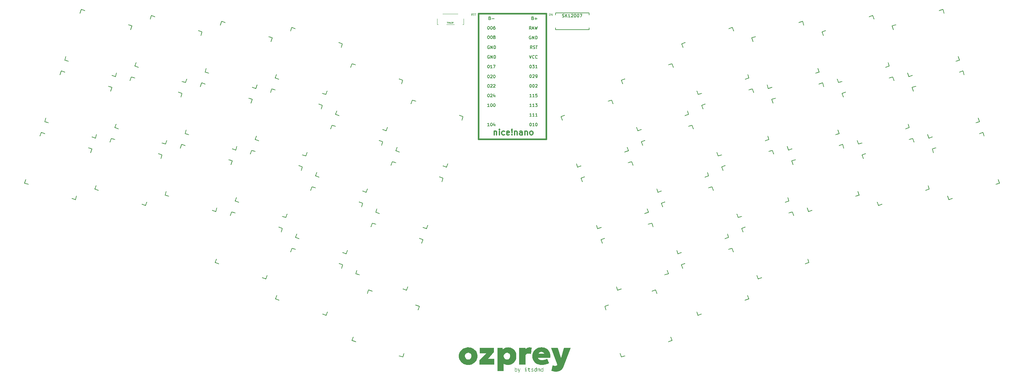
<source format=gto>
G04 #@! TF.GenerationSoftware,KiCad,Pcbnew,8.0.4*
G04 #@! TF.CreationDate,2024-08-25T22:17:31+07:00*
G04 #@! TF.ProjectId,ozprey,6f7a7072-6579-42e6-9b69-6361645f7063,1.0*
G04 #@! TF.SameCoordinates,Original*
G04 #@! TF.FileFunction,Legend,Top*
G04 #@! TF.FilePolarity,Positive*
%FSLAX46Y46*%
G04 Gerber Fmt 4.6, Leading zero omitted, Abs format (unit mm)*
G04 Created by KiCad (PCBNEW 8.0.4) date 2024-08-25 22:17:31*
%MOMM*%
%LPD*%
G01*
G04 APERTURE LIST*
%ADD10C,0.150000*%
%ADD11C,0.075000*%
%ADD12C,0.300000*%
%ADD13C,0.125000*%
%ADD14C,0.100000*%
%ADD15C,0.127000*%
%ADD16C,0.381000*%
%ADD17C,1.752600*%
%ADD18R,1.450000X0.800000*%
%ADD19R,0.900000X1.270000*%
%ADD20C,0.900000*%
%ADD21C,1.512000*%
%ADD22C,2.304000*%
%ADD23C,1.701800*%
%ADD24C,3.000000*%
%ADD25C,3.429000*%
%ADD26C,2.032000*%
%ADD27C,2.200000*%
G04 APERTURE END LIST*
D10*
X161616533Y-54234032D02*
X161730819Y-54272127D01*
X161730819Y-54272127D02*
X161921295Y-54272127D01*
X161921295Y-54272127D02*
X161997486Y-54234032D01*
X161997486Y-54234032D02*
X162035581Y-54195936D01*
X162035581Y-54195936D02*
X162073676Y-54119746D01*
X162073676Y-54119746D02*
X162073676Y-54043555D01*
X162073676Y-54043555D02*
X162035581Y-53967365D01*
X162035581Y-53967365D02*
X161997486Y-53929270D01*
X161997486Y-53929270D02*
X161921295Y-53891174D01*
X161921295Y-53891174D02*
X161768914Y-53853079D01*
X161768914Y-53853079D02*
X161692724Y-53814984D01*
X161692724Y-53814984D02*
X161654629Y-53776889D01*
X161654629Y-53776889D02*
X161616533Y-53700698D01*
X161616533Y-53700698D02*
X161616533Y-53624508D01*
X161616533Y-53624508D02*
X161654629Y-53548317D01*
X161654629Y-53548317D02*
X161692724Y-53510222D01*
X161692724Y-53510222D02*
X161768914Y-53472127D01*
X161768914Y-53472127D02*
X161959391Y-53472127D01*
X161959391Y-53472127D02*
X162073676Y-53510222D01*
X162416534Y-54272127D02*
X162416534Y-53472127D01*
X162873677Y-54272127D02*
X162530819Y-53814984D01*
X162873677Y-53472127D02*
X162416534Y-53929270D01*
X163635581Y-54272127D02*
X163178438Y-54272127D01*
X163407010Y-54272127D02*
X163407010Y-53472127D01*
X163407010Y-53472127D02*
X163330819Y-53586412D01*
X163330819Y-53586412D02*
X163254629Y-53662603D01*
X163254629Y-53662603D02*
X163178438Y-53700698D01*
X163940343Y-53548317D02*
X163978439Y-53510222D01*
X163978439Y-53510222D02*
X164054629Y-53472127D01*
X164054629Y-53472127D02*
X164245105Y-53472127D01*
X164245105Y-53472127D02*
X164321296Y-53510222D01*
X164321296Y-53510222D02*
X164359391Y-53548317D01*
X164359391Y-53548317D02*
X164397486Y-53624508D01*
X164397486Y-53624508D02*
X164397486Y-53700698D01*
X164397486Y-53700698D02*
X164359391Y-53814984D01*
X164359391Y-53814984D02*
X163902248Y-54272127D01*
X163902248Y-54272127D02*
X164397486Y-54272127D01*
X164740344Y-54272127D02*
X164740344Y-53472127D01*
X164740344Y-53472127D02*
X164930820Y-53472127D01*
X164930820Y-53472127D02*
X165045106Y-53510222D01*
X165045106Y-53510222D02*
X165121296Y-53586412D01*
X165121296Y-53586412D02*
X165159391Y-53662603D01*
X165159391Y-53662603D02*
X165197487Y-53814984D01*
X165197487Y-53814984D02*
X165197487Y-53929270D01*
X165197487Y-53929270D02*
X165159391Y-54081651D01*
X165159391Y-54081651D02*
X165121296Y-54157841D01*
X165121296Y-54157841D02*
X165045106Y-54234032D01*
X165045106Y-54234032D02*
X164930820Y-54272127D01*
X164930820Y-54272127D02*
X164740344Y-54272127D01*
X165692725Y-53472127D02*
X165768915Y-53472127D01*
X165768915Y-53472127D02*
X165845106Y-53510222D01*
X165845106Y-53510222D02*
X165883201Y-53548317D01*
X165883201Y-53548317D02*
X165921296Y-53624508D01*
X165921296Y-53624508D02*
X165959391Y-53776889D01*
X165959391Y-53776889D02*
X165959391Y-53967365D01*
X165959391Y-53967365D02*
X165921296Y-54119746D01*
X165921296Y-54119746D02*
X165883201Y-54195936D01*
X165883201Y-54195936D02*
X165845106Y-54234032D01*
X165845106Y-54234032D02*
X165768915Y-54272127D01*
X165768915Y-54272127D02*
X165692725Y-54272127D01*
X165692725Y-54272127D02*
X165616534Y-54234032D01*
X165616534Y-54234032D02*
X165578439Y-54195936D01*
X165578439Y-54195936D02*
X165540344Y-54119746D01*
X165540344Y-54119746D02*
X165502248Y-53967365D01*
X165502248Y-53967365D02*
X165502248Y-53776889D01*
X165502248Y-53776889D02*
X165540344Y-53624508D01*
X165540344Y-53624508D02*
X165578439Y-53548317D01*
X165578439Y-53548317D02*
X165616534Y-53510222D01*
X165616534Y-53510222D02*
X165692725Y-53472127D01*
X166226058Y-53472127D02*
X166759392Y-53472127D01*
X166759392Y-53472127D02*
X166416534Y-54272127D01*
D11*
X131307668Y-55537217D02*
X131507668Y-55537217D01*
X131507668Y-55537217D02*
X131379096Y-55837217D01*
X131621953Y-55808646D02*
X131636239Y-55822932D01*
X131636239Y-55822932D02*
X131621953Y-55837217D01*
X131621953Y-55837217D02*
X131607667Y-55822932D01*
X131607667Y-55822932D02*
X131621953Y-55808646D01*
X131621953Y-55808646D02*
X131621953Y-55837217D01*
X131821953Y-55537217D02*
X131850524Y-55537217D01*
X131850524Y-55537217D02*
X131879096Y-55551503D01*
X131879096Y-55551503D02*
X131893382Y-55565789D01*
X131893382Y-55565789D02*
X131907667Y-55594360D01*
X131907667Y-55594360D02*
X131921953Y-55651503D01*
X131921953Y-55651503D02*
X131921953Y-55722932D01*
X131921953Y-55722932D02*
X131907667Y-55780074D01*
X131907667Y-55780074D02*
X131893382Y-55808646D01*
X131893382Y-55808646D02*
X131879096Y-55822932D01*
X131879096Y-55822932D02*
X131850524Y-55837217D01*
X131850524Y-55837217D02*
X131821953Y-55837217D01*
X131821953Y-55837217D02*
X131793382Y-55822932D01*
X131793382Y-55822932D02*
X131779096Y-55808646D01*
X131779096Y-55808646D02*
X131764810Y-55780074D01*
X131764810Y-55780074D02*
X131750524Y-55722932D01*
X131750524Y-55722932D02*
X131750524Y-55651503D01*
X131750524Y-55651503D02*
X131764810Y-55594360D01*
X131764810Y-55594360D02*
X131779096Y-55565789D01*
X131779096Y-55565789D02*
X131793382Y-55551503D01*
X131793382Y-55551503D02*
X131821953Y-55537217D01*
X132021953Y-55837217D02*
X132179096Y-55637217D01*
X132021953Y-55637217D02*
X132179096Y-55837217D01*
X132279095Y-55565789D02*
X132293381Y-55551503D01*
X132293381Y-55551503D02*
X132321953Y-55537217D01*
X132321953Y-55537217D02*
X132393381Y-55537217D01*
X132393381Y-55537217D02*
X132421953Y-55551503D01*
X132421953Y-55551503D02*
X132436238Y-55565789D01*
X132436238Y-55565789D02*
X132450524Y-55594360D01*
X132450524Y-55594360D02*
X132450524Y-55622932D01*
X132450524Y-55622932D02*
X132436238Y-55665789D01*
X132436238Y-55665789D02*
X132264810Y-55837217D01*
X132264810Y-55837217D02*
X132450524Y-55837217D01*
X132579095Y-55808646D02*
X132593381Y-55822932D01*
X132593381Y-55822932D02*
X132579095Y-55837217D01*
X132579095Y-55837217D02*
X132564809Y-55822932D01*
X132564809Y-55822932D02*
X132579095Y-55808646D01*
X132579095Y-55808646D02*
X132579095Y-55837217D01*
X132764809Y-55665789D02*
X132736238Y-55651503D01*
X132736238Y-55651503D02*
X132721952Y-55637217D01*
X132721952Y-55637217D02*
X132707666Y-55608646D01*
X132707666Y-55608646D02*
X132707666Y-55594360D01*
X132707666Y-55594360D02*
X132721952Y-55565789D01*
X132721952Y-55565789D02*
X132736238Y-55551503D01*
X132736238Y-55551503D02*
X132764809Y-55537217D01*
X132764809Y-55537217D02*
X132821952Y-55537217D01*
X132821952Y-55537217D02*
X132850524Y-55551503D01*
X132850524Y-55551503D02*
X132864809Y-55565789D01*
X132864809Y-55565789D02*
X132879095Y-55594360D01*
X132879095Y-55594360D02*
X132879095Y-55608646D01*
X132879095Y-55608646D02*
X132864809Y-55637217D01*
X132864809Y-55637217D02*
X132850524Y-55651503D01*
X132850524Y-55651503D02*
X132821952Y-55665789D01*
X132821952Y-55665789D02*
X132764809Y-55665789D01*
X132764809Y-55665789D02*
X132736238Y-55680074D01*
X132736238Y-55680074D02*
X132721952Y-55694360D01*
X132721952Y-55694360D02*
X132707666Y-55722932D01*
X132707666Y-55722932D02*
X132707666Y-55780074D01*
X132707666Y-55780074D02*
X132721952Y-55808646D01*
X132721952Y-55808646D02*
X132736238Y-55822932D01*
X132736238Y-55822932D02*
X132764809Y-55837217D01*
X132764809Y-55837217D02*
X132821952Y-55837217D01*
X132821952Y-55837217D02*
X132850524Y-55822932D01*
X132850524Y-55822932D02*
X132864809Y-55808646D01*
X132864809Y-55808646D02*
X132879095Y-55780074D01*
X132879095Y-55780074D02*
X132879095Y-55722932D01*
X132879095Y-55722932D02*
X132864809Y-55694360D01*
X132864809Y-55694360D02*
X132850524Y-55680074D01*
X132850524Y-55680074D02*
X132821952Y-55665789D01*
D12*
G36*
X137202018Y-141100223D02*
G01*
X137496701Y-141145454D01*
X137812873Y-141234068D01*
X138107064Y-141362066D01*
X138177177Y-141400220D01*
X138440318Y-141570946D01*
X138672868Y-141768050D01*
X138874826Y-141991532D01*
X139046193Y-142241392D01*
X139183396Y-142510304D01*
X139281399Y-142792404D01*
X139340200Y-143087694D01*
X139359801Y-143396172D01*
X139338675Y-143703161D01*
X139275296Y-144001492D01*
X139181015Y-144265188D01*
X139041098Y-144540410D01*
X138865163Y-144793812D01*
X138673967Y-145005244D01*
X138432733Y-145211137D01*
X138162408Y-145385513D01*
X137891413Y-145516689D01*
X137599724Y-145616380D01*
X137288858Y-145679149D01*
X136992682Y-145704071D01*
X136890505Y-145705733D01*
X136578923Y-145690656D01*
X136284029Y-145645426D01*
X135967445Y-145556811D01*
X135672659Y-145428813D01*
X135602369Y-145390660D01*
X135339777Y-145220025D01*
X135107410Y-145023196D01*
X134905269Y-144800172D01*
X134733353Y-144550953D01*
X134596790Y-144282041D01*
X134499246Y-143999941D01*
X134440719Y-143704651D01*
X134421210Y-143396172D01*
X136050798Y-143396172D01*
X136090062Y-143693507D01*
X136162173Y-143866584D01*
X136352717Y-144095035D01*
X136464057Y-144171399D01*
X136747480Y-144267931D01*
X136890505Y-144278378D01*
X137192126Y-144227814D01*
X137315488Y-144171399D01*
X137541357Y-143980730D01*
X137618838Y-143866584D01*
X137717052Y-143574736D01*
X137730212Y-143396172D01*
X137691465Y-143098131D01*
X137620303Y-142925761D01*
X137431711Y-142696680D01*
X137319884Y-142620946D01*
X137035076Y-142524414D01*
X136890505Y-142513967D01*
X136597185Y-142560039D01*
X136459661Y-142620946D01*
X136235807Y-142810986D01*
X136159242Y-142925761D01*
X136063613Y-143216947D01*
X136050798Y-143396172D01*
X134421210Y-143396172D01*
X134442163Y-143088522D01*
X134505022Y-142790223D01*
X134598531Y-142527156D01*
X134739282Y-142251935D01*
X134915705Y-141998533D01*
X135107044Y-141787101D01*
X135348278Y-141580374D01*
X135618603Y-141405509D01*
X135889598Y-141274191D01*
X136182547Y-141174499D01*
X136493527Y-141111731D01*
X136788826Y-141086808D01*
X136890505Y-141085147D01*
X137202018Y-141100223D01*
G37*
G36*
X139881503Y-145579704D02*
G01*
X139881503Y-144487938D01*
X141585830Y-142681029D01*
X139956242Y-142681029D01*
X139956242Y-141211176D01*
X143669710Y-141211176D01*
X143669710Y-142304407D01*
X142089947Y-144109850D01*
X143703415Y-144109850D01*
X143703415Y-145579704D01*
X139881503Y-145579704D01*
G37*
G36*
X147670591Y-141102641D02*
G01*
X147988289Y-141164142D01*
X148286049Y-141269926D01*
X148473478Y-141365049D01*
X148732456Y-141541389D01*
X148958745Y-141755519D01*
X149152344Y-142007439D01*
X149245774Y-142163723D01*
X149370155Y-142434741D01*
X149458998Y-142730489D01*
X149512304Y-143050966D01*
X149529795Y-143351669D01*
X149530073Y-143396172D01*
X149514331Y-143698452D01*
X149460650Y-144014099D01*
X149368872Y-144312083D01*
X149242289Y-144587761D01*
X149084190Y-144838503D01*
X148913115Y-145044812D01*
X148677154Y-145259547D01*
X148411105Y-145435539D01*
X148217023Y-145531343D01*
X147932624Y-145630630D01*
X147629524Y-145688703D01*
X147337749Y-145705733D01*
X147037697Y-145684484D01*
X146750101Y-145620736D01*
X146460660Y-145505928D01*
X146221071Y-145361350D01*
X146221071Y-147344114D01*
X144548984Y-147344114D01*
X144548984Y-143396172D01*
X146221071Y-143396172D01*
X146259301Y-143693507D01*
X146329514Y-143866584D01*
X146518736Y-144095035D01*
X146629933Y-144171399D01*
X146916064Y-144267931D01*
X147060778Y-144278378D01*
X147353467Y-144232306D01*
X147490156Y-144171399D01*
X147714640Y-143980730D01*
X147790575Y-143866584D01*
X147887497Y-143574736D01*
X147900484Y-143396172D01*
X147861221Y-143098131D01*
X147789110Y-142925761D01*
X147598566Y-142696680D01*
X147487226Y-142620946D01*
X147203803Y-142524414D01*
X147060778Y-142513967D01*
X146758464Y-142564531D01*
X146634330Y-142620946D01*
X146409783Y-142810986D01*
X146332445Y-142925761D01*
X146234231Y-143216947D01*
X146221071Y-143396172D01*
X144548984Y-143396172D01*
X144548984Y-141211176D01*
X145977805Y-141211176D01*
X145977805Y-141640555D01*
X146201642Y-141434189D01*
X146456709Y-141281744D01*
X146566919Y-141233158D01*
X146850416Y-141142963D01*
X147155757Y-141094397D01*
X147371454Y-141085147D01*
X147670591Y-141102641D01*
G37*
G36*
X150252543Y-145579704D02*
G01*
X150252543Y-141211176D01*
X151933422Y-141211176D01*
X151933422Y-141665468D01*
X152117477Y-141419331D01*
X152364645Y-141241458D01*
X152402369Y-141222900D01*
X152683427Y-141123724D01*
X152988048Y-141080086D01*
X153079410Y-141077819D01*
X153346123Y-141096870D01*
X153567407Y-141136438D01*
X153378363Y-142858350D01*
X153088569Y-142769392D01*
X153044239Y-142760164D01*
X152744624Y-142724422D01*
X152689598Y-142723528D01*
X152389912Y-142767858D01*
X152147379Y-142900848D01*
X151980434Y-143144769D01*
X151933422Y-143454791D01*
X151933422Y-145579704D01*
X150252543Y-145579704D01*
G37*
G36*
X156499520Y-141101839D02*
G01*
X156803720Y-141151917D01*
X157087054Y-141235379D01*
X157235446Y-141296172D01*
X157509904Y-141443462D01*
X157752592Y-141623382D01*
X157963509Y-141835930D01*
X158001880Y-141882355D01*
X158171667Y-142129708D01*
X158303673Y-142402822D01*
X158397897Y-142701695D01*
X158412208Y-142764560D01*
X158455717Y-143056138D01*
X158462595Y-143362089D01*
X158432842Y-143682415D01*
X158400484Y-143866584D01*
X155251217Y-143866584D01*
X155371906Y-144143653D01*
X155394832Y-144168468D01*
X155648210Y-144337375D01*
X155737749Y-144372167D01*
X156028665Y-144435136D01*
X156225746Y-144445440D01*
X156540663Y-144430203D01*
X156837683Y-144384492D01*
X156968733Y-144353116D01*
X157247818Y-144260205D01*
X157525452Y-144131500D01*
X157653101Y-144060025D01*
X158141099Y-145167910D01*
X157879429Y-145325355D01*
X157614999Y-145437554D01*
X157316229Y-145534727D01*
X157022726Y-145608382D01*
X156905718Y-145632460D01*
X156605536Y-145679901D01*
X156297950Y-145703944D01*
X156192041Y-145705733D01*
X155879025Y-145691848D01*
X155583681Y-145650194D01*
X155267784Y-145568587D01*
X154974967Y-145450709D01*
X154905369Y-145415572D01*
X154645892Y-145256112D01*
X154417006Y-145067893D01*
X154218711Y-144850913D01*
X154051008Y-144605175D01*
X153918292Y-144333973D01*
X153823496Y-144040607D01*
X153766618Y-143725076D01*
X153747954Y-143430804D01*
X153747658Y-143387380D01*
X153764975Y-143078002D01*
X153816924Y-142785512D01*
X153820361Y-142774819D01*
X155359661Y-142774819D01*
X156822187Y-142774819D01*
X156722256Y-142492206D01*
X156628747Y-142405523D01*
X156357706Y-142285611D01*
X156124630Y-142261909D01*
X155831905Y-142297812D01*
X155592669Y-142405523D01*
X155397112Y-142628699D01*
X155359661Y-142774819D01*
X153820361Y-142774819D01*
X153914069Y-142483277D01*
X153924979Y-142456814D01*
X154065210Y-142180334D01*
X154240075Y-141931213D01*
X154429096Y-141728482D01*
X154667449Y-141534192D01*
X154933161Y-141372456D01*
X155198461Y-141253674D01*
X155483939Y-141164802D01*
X155787162Y-141108846D01*
X156108132Y-141085805D01*
X156174455Y-141085147D01*
X156499520Y-141101839D01*
G37*
G36*
X159962662Y-147452558D02*
G01*
X159668540Y-147439935D01*
X159360880Y-147398397D01*
X159300275Y-147386612D01*
X159013888Y-147311994D01*
X158740352Y-147201169D01*
X158724350Y-147193172D01*
X159071664Y-145798057D01*
X159350476Y-145898575D01*
X159382341Y-145906500D01*
X159681323Y-145948625D01*
X159710603Y-145948999D01*
X160006663Y-145899965D01*
X160056451Y-145880122D01*
X160254250Y-145662609D01*
X160264546Y-145629529D01*
X160282131Y-145563583D01*
X158601252Y-141211176D01*
X160416953Y-141211176D01*
X161231748Y-143958908D01*
X162020163Y-141211176D01*
X163793367Y-141211176D01*
X162028956Y-145890380D01*
X161907598Y-146163688D01*
X161757714Y-146436126D01*
X161574589Y-146695329D01*
X161476479Y-146807757D01*
X161248044Y-147020827D01*
X161004024Y-147188529D01*
X160768663Y-147301616D01*
X160474656Y-147393596D01*
X160170757Y-147443124D01*
X159962662Y-147452558D01*
G37*
D13*
X158225865Y-53310140D02*
X158321103Y-53310140D01*
X158321103Y-53310140D02*
X158368722Y-53333950D01*
X158368722Y-53333950D02*
X158416341Y-53381569D01*
X158416341Y-53381569D02*
X158440151Y-53476807D01*
X158440151Y-53476807D02*
X158440151Y-53643473D01*
X158440151Y-53643473D02*
X158416341Y-53738711D01*
X158416341Y-53738711D02*
X158368722Y-53786331D01*
X158368722Y-53786331D02*
X158321103Y-53810140D01*
X158321103Y-53810140D02*
X158225865Y-53810140D01*
X158225865Y-53810140D02*
X158178246Y-53786331D01*
X158178246Y-53786331D02*
X158130627Y-53738711D01*
X158130627Y-53738711D02*
X158106818Y-53643473D01*
X158106818Y-53643473D02*
X158106818Y-53476807D01*
X158106818Y-53476807D02*
X158130627Y-53381569D01*
X158130627Y-53381569D02*
X158178246Y-53333950D01*
X158178246Y-53333950D02*
X158225865Y-53310140D01*
X158654437Y-53810140D02*
X158654437Y-53310140D01*
X158654437Y-53310140D02*
X158940151Y-53810140D01*
X158940151Y-53810140D02*
X158940151Y-53310140D01*
D12*
G36*
X137202018Y-141100223D02*
G01*
X137496701Y-141145454D01*
X137812873Y-141234068D01*
X138107064Y-141362066D01*
X138177177Y-141400220D01*
X138440318Y-141570946D01*
X138672868Y-141768050D01*
X138874826Y-141991532D01*
X139046193Y-142241392D01*
X139183396Y-142510304D01*
X139281399Y-142792404D01*
X139340200Y-143087694D01*
X139359801Y-143396172D01*
X139338675Y-143703161D01*
X139275296Y-144001492D01*
X139181015Y-144265188D01*
X139041098Y-144540410D01*
X138865163Y-144793812D01*
X138673967Y-145005244D01*
X138432733Y-145211137D01*
X138162408Y-145385513D01*
X137891413Y-145516689D01*
X137599724Y-145616380D01*
X137288858Y-145679149D01*
X136992682Y-145704071D01*
X136890505Y-145705733D01*
X136578923Y-145690656D01*
X136284029Y-145645426D01*
X135967445Y-145556811D01*
X135672659Y-145428813D01*
X135602369Y-145390660D01*
X135339777Y-145220025D01*
X135107410Y-145023196D01*
X134905269Y-144800172D01*
X134733353Y-144550953D01*
X134596790Y-144282041D01*
X134499246Y-143999941D01*
X134440719Y-143704651D01*
X134421210Y-143396172D01*
X136050798Y-143396172D01*
X136090062Y-143693507D01*
X136162173Y-143866584D01*
X136352717Y-144095035D01*
X136464057Y-144171399D01*
X136747480Y-144267931D01*
X136890505Y-144278378D01*
X137192126Y-144227814D01*
X137315488Y-144171399D01*
X137541357Y-143980730D01*
X137618838Y-143866584D01*
X137717052Y-143574736D01*
X137730212Y-143396172D01*
X137691465Y-143098131D01*
X137620303Y-142925761D01*
X137431711Y-142696680D01*
X137319884Y-142620946D01*
X137035076Y-142524414D01*
X136890505Y-142513967D01*
X136597185Y-142560039D01*
X136459661Y-142620946D01*
X136235807Y-142810986D01*
X136159242Y-142925761D01*
X136063613Y-143216947D01*
X136050798Y-143396172D01*
X134421210Y-143396172D01*
X134442163Y-143088522D01*
X134505022Y-142790223D01*
X134598531Y-142527156D01*
X134739282Y-142251935D01*
X134915705Y-141998533D01*
X135107044Y-141787101D01*
X135348278Y-141580374D01*
X135618603Y-141405509D01*
X135889598Y-141274191D01*
X136182547Y-141174499D01*
X136493527Y-141111731D01*
X136788826Y-141086808D01*
X136890505Y-141085147D01*
X137202018Y-141100223D01*
G37*
G36*
X139881503Y-145579704D02*
G01*
X139881503Y-144487938D01*
X141585830Y-142681029D01*
X139956242Y-142681029D01*
X139956242Y-141211176D01*
X143669710Y-141211176D01*
X143669710Y-142304407D01*
X142089947Y-144109850D01*
X143703415Y-144109850D01*
X143703415Y-145579704D01*
X139881503Y-145579704D01*
G37*
G36*
X147670591Y-141102641D02*
G01*
X147988289Y-141164142D01*
X148286049Y-141269926D01*
X148473478Y-141365049D01*
X148732456Y-141541389D01*
X148958745Y-141755519D01*
X149152344Y-142007439D01*
X149245774Y-142163723D01*
X149370155Y-142434741D01*
X149458998Y-142730489D01*
X149512304Y-143050966D01*
X149529795Y-143351669D01*
X149530073Y-143396172D01*
X149514331Y-143698452D01*
X149460650Y-144014099D01*
X149368872Y-144312083D01*
X149242289Y-144587761D01*
X149084190Y-144838503D01*
X148913115Y-145044812D01*
X148677154Y-145259547D01*
X148411105Y-145435539D01*
X148217023Y-145531343D01*
X147932624Y-145630630D01*
X147629524Y-145688703D01*
X147337749Y-145705733D01*
X147037697Y-145684484D01*
X146750101Y-145620736D01*
X146460660Y-145505928D01*
X146221071Y-145361350D01*
X146221071Y-147344114D01*
X144548984Y-147344114D01*
X144548984Y-143396172D01*
X146221071Y-143396172D01*
X146259301Y-143693507D01*
X146329514Y-143866584D01*
X146518736Y-144095035D01*
X146629933Y-144171399D01*
X146916064Y-144267931D01*
X147060778Y-144278378D01*
X147353467Y-144232306D01*
X147490156Y-144171399D01*
X147714640Y-143980730D01*
X147790575Y-143866584D01*
X147887497Y-143574736D01*
X147900484Y-143396172D01*
X147861221Y-143098131D01*
X147789110Y-142925761D01*
X147598566Y-142696680D01*
X147487226Y-142620946D01*
X147203803Y-142524414D01*
X147060778Y-142513967D01*
X146758464Y-142564531D01*
X146634330Y-142620946D01*
X146409783Y-142810986D01*
X146332445Y-142925761D01*
X146234231Y-143216947D01*
X146221071Y-143396172D01*
X144548984Y-143396172D01*
X144548984Y-141211176D01*
X145977805Y-141211176D01*
X145977805Y-141640555D01*
X146201642Y-141434189D01*
X146456709Y-141281744D01*
X146566919Y-141233158D01*
X146850416Y-141142963D01*
X147155757Y-141094397D01*
X147371454Y-141085147D01*
X147670591Y-141102641D01*
G37*
G36*
X150252543Y-145579704D02*
G01*
X150252543Y-141211176D01*
X151933422Y-141211176D01*
X151933422Y-141665468D01*
X152117477Y-141419331D01*
X152364645Y-141241458D01*
X152402369Y-141222900D01*
X152683427Y-141123724D01*
X152988048Y-141080086D01*
X153079410Y-141077819D01*
X153346123Y-141096870D01*
X153567407Y-141136438D01*
X153378363Y-142858350D01*
X153088569Y-142769392D01*
X153044239Y-142760164D01*
X152744624Y-142724422D01*
X152689598Y-142723528D01*
X152389912Y-142767858D01*
X152147379Y-142900848D01*
X151980434Y-143144769D01*
X151933422Y-143454791D01*
X151933422Y-145579704D01*
X150252543Y-145579704D01*
G37*
G36*
X156499520Y-141101839D02*
G01*
X156803720Y-141151917D01*
X157087054Y-141235379D01*
X157235446Y-141296172D01*
X157509904Y-141443462D01*
X157752592Y-141623382D01*
X157963509Y-141835930D01*
X158001880Y-141882355D01*
X158171667Y-142129708D01*
X158303673Y-142402822D01*
X158397897Y-142701695D01*
X158412208Y-142764560D01*
X158455717Y-143056138D01*
X158462595Y-143362089D01*
X158432842Y-143682415D01*
X158400484Y-143866584D01*
X155251217Y-143866584D01*
X155371906Y-144143653D01*
X155394832Y-144168468D01*
X155648210Y-144337375D01*
X155737749Y-144372167D01*
X156028665Y-144435136D01*
X156225746Y-144445440D01*
X156540663Y-144430203D01*
X156837683Y-144384492D01*
X156968733Y-144353116D01*
X157247818Y-144260205D01*
X157525452Y-144131500D01*
X157653101Y-144060025D01*
X158141099Y-145167910D01*
X157879429Y-145325355D01*
X157614999Y-145437554D01*
X157316229Y-145534727D01*
X157022726Y-145608382D01*
X156905718Y-145632460D01*
X156605536Y-145679901D01*
X156297950Y-145703944D01*
X156192041Y-145705733D01*
X155879025Y-145691848D01*
X155583681Y-145650194D01*
X155267784Y-145568587D01*
X154974967Y-145450709D01*
X154905369Y-145415572D01*
X154645892Y-145256112D01*
X154417006Y-145067893D01*
X154218711Y-144850913D01*
X154051008Y-144605175D01*
X153918292Y-144333973D01*
X153823496Y-144040607D01*
X153766618Y-143725076D01*
X153747954Y-143430804D01*
X153747658Y-143387380D01*
X153764975Y-143078002D01*
X153816924Y-142785512D01*
X153820361Y-142774819D01*
X155359661Y-142774819D01*
X156822187Y-142774819D01*
X156722256Y-142492206D01*
X156628747Y-142405523D01*
X156357706Y-142285611D01*
X156124630Y-142261909D01*
X155831905Y-142297812D01*
X155592669Y-142405523D01*
X155397112Y-142628699D01*
X155359661Y-142774819D01*
X153820361Y-142774819D01*
X153914069Y-142483277D01*
X153924979Y-142456814D01*
X154065210Y-142180334D01*
X154240075Y-141931213D01*
X154429096Y-141728482D01*
X154667449Y-141534192D01*
X154933161Y-141372456D01*
X155198461Y-141253674D01*
X155483939Y-141164802D01*
X155787162Y-141108846D01*
X156108132Y-141085805D01*
X156174455Y-141085147D01*
X156499520Y-141101839D01*
G37*
G36*
X159962662Y-147452558D02*
G01*
X159668540Y-147439935D01*
X159360880Y-147398397D01*
X159300275Y-147386612D01*
X159013888Y-147311994D01*
X158740352Y-147201169D01*
X158724350Y-147193172D01*
X159071664Y-145798057D01*
X159350476Y-145898575D01*
X159382341Y-145906500D01*
X159681323Y-145948625D01*
X159710603Y-145948999D01*
X160006663Y-145899965D01*
X160056451Y-145880122D01*
X160254250Y-145662609D01*
X160264546Y-145629529D01*
X160282131Y-145563583D01*
X158601252Y-141211176D01*
X160416953Y-141211176D01*
X161231748Y-143958908D01*
X162020163Y-141211176D01*
X163793367Y-141211176D01*
X162028956Y-145890380D01*
X161907598Y-146163688D01*
X161757714Y-146436126D01*
X161574589Y-146695329D01*
X161476479Y-146807757D01*
X161248044Y-147020827D01*
X161004024Y-147188529D01*
X160768663Y-147301616D01*
X160474656Y-147393596D01*
X160170757Y-147443124D01*
X159962662Y-147452558D01*
G37*
D13*
G36*
X149266046Y-146770736D02*
G01*
X149298630Y-146730516D01*
X149335197Y-146697784D01*
X149361789Y-146680122D01*
X149408052Y-146659406D01*
X149457540Y-146649251D01*
X149481468Y-146648126D01*
X149535274Y-146652029D01*
X149582937Y-146663737D01*
X149628689Y-146685900D01*
X149644867Y-146697463D01*
X149680654Y-146732259D01*
X149709858Y-146774972D01*
X149730513Y-146820185D01*
X149736213Y-146836682D01*
X149750145Y-146889479D01*
X149758701Y-146940400D01*
X149763655Y-146995076D01*
X149765034Y-147045998D01*
X149763398Y-147095337D01*
X149757521Y-147148777D01*
X149747369Y-147199072D01*
X149732944Y-147246222D01*
X149730840Y-147251895D01*
X149709036Y-147299656D01*
X149682094Y-147341273D01*
X149646130Y-147380309D01*
X149629968Y-147393800D01*
X149585265Y-147420977D01*
X149534503Y-147438088D01*
X149483638Y-147444882D01*
X149465592Y-147445335D01*
X149410815Y-147440742D01*
X149361461Y-147426962D01*
X149317530Y-147403997D01*
X149279021Y-147371845D01*
X149259451Y-147349348D01*
X149250903Y-147429704D01*
X149145390Y-147429704D01*
X149145390Y-146875028D01*
X149266046Y-146875028D01*
X149266046Y-147248231D01*
X149296958Y-147286406D01*
X149337502Y-147317898D01*
X149340296Y-147319550D01*
X149386885Y-147339150D01*
X149436772Y-147345684D01*
X149486619Y-147339849D01*
X149533894Y-147319680D01*
X149572629Y-147285105D01*
X149582585Y-147271923D01*
X149607261Y-147224211D01*
X149622415Y-147171355D01*
X149630441Y-147117042D01*
X149633432Y-147064497D01*
X149633631Y-147045754D01*
X149632067Y-146992502D01*
X149625111Y-146929648D01*
X149612592Y-146876105D01*
X149589118Y-146822272D01*
X149556950Y-146782988D01*
X149506873Y-146755052D01*
X149455578Y-146747777D01*
X149406680Y-146754308D01*
X149359610Y-146775946D01*
X149344204Y-146787345D01*
X149308092Y-146820904D01*
X149275875Y-146860200D01*
X149266046Y-146875028D01*
X149145390Y-146875028D01*
X149145390Y-146355768D01*
X149266046Y-146340625D01*
X149266046Y-146770736D01*
G37*
G36*
X150635027Y-146663758D02*
G01*
X150369291Y-147434588D01*
X150351292Y-147481867D01*
X150330575Y-147526618D01*
X150304645Y-147572924D01*
X150302124Y-147576982D01*
X150271364Y-147618854D01*
X150234831Y-147655473D01*
X150196611Y-147684205D01*
X150152619Y-147707618D01*
X150101853Y-147724734D01*
X150050371Y-147734754D01*
X150031992Y-147736961D01*
X150013185Y-147639752D01*
X150063161Y-147629069D01*
X150112103Y-147612275D01*
X150136772Y-147599697D01*
X150177194Y-147569105D01*
X150208091Y-147531064D01*
X150231425Y-147487991D01*
X150250686Y-147440721D01*
X150254497Y-147429704D01*
X150214197Y-147429704D01*
X149950170Y-146663758D01*
X150079375Y-146663758D01*
X150296018Y-147336891D01*
X150509975Y-146663758D01*
X150635027Y-146663758D01*
G37*
G36*
X152014022Y-146304232D02*
G01*
X152061480Y-146315892D01*
X152078014Y-146328901D01*
X152101037Y-146374154D01*
X152102194Y-146389229D01*
X152088593Y-146437955D01*
X152078014Y-146451267D01*
X152033043Y-146474622D01*
X152014022Y-146476179D01*
X151966317Y-146463309D01*
X151951496Y-146451267D01*
X151928598Y-146406937D01*
X151927072Y-146389229D01*
X151940810Y-146341922D01*
X151951496Y-146328901D01*
X151995826Y-146305774D01*
X152014022Y-146304232D01*
G37*
G36*
X152110254Y-146663758D02*
G01*
X152110254Y-147330052D01*
X152323478Y-147330052D01*
X152323478Y-147429704D01*
X151756102Y-147429704D01*
X151756102Y-147330052D01*
X151989598Y-147330052D01*
X151989598Y-146763409D01*
X151763429Y-146763409D01*
X151763429Y-146663758D01*
X152110254Y-146663758D01*
G37*
G36*
X153188342Y-147391113D02*
G01*
X153142583Y-147415122D01*
X153094308Y-147430925D01*
X153046383Y-147440776D01*
X152995865Y-147445208D01*
X152985865Y-147445335D01*
X152935208Y-147442273D01*
X152883841Y-147431274D01*
X152834373Y-147409340D01*
X152797798Y-147381343D01*
X152765920Y-147342293D01*
X152744474Y-147297409D01*
X152733462Y-147246690D01*
X152731852Y-147215991D01*
X152731852Y-146763409D01*
X152557951Y-146763409D01*
X152557951Y-146663758D01*
X152731852Y-146663758D01*
X152731852Y-146489857D01*
X152852508Y-146475447D01*
X152852508Y-146663758D01*
X153113848Y-146663758D01*
X153099437Y-146763409D01*
X152852508Y-146763409D01*
X152852508Y-147215747D01*
X152858866Y-147265515D01*
X152883681Y-147310361D01*
X152885725Y-147312467D01*
X152930177Y-147337380D01*
X152982480Y-147345392D01*
X152996611Y-147345684D01*
X153047158Y-147341772D01*
X153075013Y-147335670D01*
X153121956Y-147319130D01*
X153141691Y-147309780D01*
X153188342Y-147391113D01*
G37*
G36*
X153705892Y-147345684D02*
G01*
X153757021Y-147342488D01*
X153804778Y-147331589D01*
X153843645Y-147312955D01*
X153879760Y-147277174D01*
X153893910Y-147227768D01*
X153893959Y-147224295D01*
X153885575Y-147174535D01*
X153881259Y-147164700D01*
X153847736Y-147128979D01*
X153829968Y-147118294D01*
X153784612Y-147098938D01*
X153735113Y-147083608D01*
X153711022Y-147077261D01*
X153659545Y-147063077D01*
X153612916Y-147047393D01*
X153574734Y-147031832D01*
X153529207Y-147006233D01*
X153491322Y-146972269D01*
X153485097Y-146964665D01*
X153462131Y-146920319D01*
X153453382Y-146869148D01*
X153453101Y-146856954D01*
X153459399Y-146805775D01*
X153481171Y-146756478D01*
X153514063Y-146718922D01*
X153532724Y-146704302D01*
X153575650Y-146679725D01*
X153624560Y-146662170D01*
X153679453Y-146651637D01*
X153732394Y-146648181D01*
X153740331Y-146648126D01*
X153789839Y-146650097D01*
X153840453Y-146656909D01*
X153890783Y-146670022D01*
X153899333Y-146673039D01*
X153947372Y-146693166D01*
X153992904Y-146718226D01*
X154014615Y-146733123D01*
X153961615Y-146823981D01*
X153919680Y-146795416D01*
X153873559Y-146772003D01*
X153867093Y-146769271D01*
X153817505Y-146754578D01*
X153768526Y-146748533D01*
X153741796Y-146747777D01*
X153691264Y-146750520D01*
X153640619Y-146762288D01*
X153615523Y-146775865D01*
X153584321Y-146814699D01*
X153578153Y-146847917D01*
X153590246Y-146895346D01*
X153596472Y-146904093D01*
X153635926Y-146933421D01*
X153658509Y-146943660D01*
X153706795Y-146960723D01*
X153755934Y-146975532D01*
X153779165Y-146982006D01*
X153827822Y-146996809D01*
X153875833Y-147014933D01*
X153908370Y-147029878D01*
X153951947Y-147057300D01*
X153988158Y-147093944D01*
X153994099Y-147102174D01*
X154016013Y-147149697D01*
X154024152Y-147200348D01*
X154024629Y-147217701D01*
X154019204Y-147269842D01*
X154000908Y-147318494D01*
X153978712Y-147349348D01*
X153940461Y-147383236D01*
X153894585Y-147409431D01*
X153859765Y-147422620D01*
X153808745Y-147435553D01*
X153755762Y-147443117D01*
X153705892Y-147445335D01*
X153656494Y-147443473D01*
X153605447Y-147436925D01*
X153554346Y-147424122D01*
X153531015Y-147415537D01*
X153484221Y-147393580D01*
X153439427Y-147366268D01*
X153410114Y-147343486D01*
X153478991Y-147264107D01*
X153520578Y-147293332D01*
X153567121Y-147317321D01*
X153581329Y-147323214D01*
X153629812Y-147337762D01*
X153681197Y-147344894D01*
X153705892Y-147345684D01*
G37*
G36*
X154882655Y-146355768D02*
G01*
X154882655Y-147429704D01*
X154776897Y-147429704D01*
X154765418Y-147326877D01*
X154734868Y-147365157D01*
X154698117Y-147398096D01*
X154668209Y-147416759D01*
X154622349Y-147435261D01*
X154574071Y-147444330D01*
X154550973Y-147445335D01*
X154498330Y-147441374D01*
X154446228Y-147427683D01*
X154400852Y-147404213D01*
X154388551Y-147395265D01*
X154351905Y-147360108D01*
X154321652Y-147317222D01*
X154299889Y-147272018D01*
X154293785Y-147255558D01*
X154278909Y-147202858D01*
X154269772Y-147152185D01*
X154264483Y-147097910D01*
X154263017Y-147047708D01*
X154394413Y-147047708D01*
X154396008Y-147100959D01*
X154403097Y-147163814D01*
X154415857Y-147217356D01*
X154439781Y-147271190D01*
X154472567Y-147310474D01*
X154523606Y-147338409D01*
X154575885Y-147345684D01*
X154624896Y-147339718D01*
X154671004Y-147319950D01*
X154685795Y-147309536D01*
X154722981Y-147275943D01*
X154756183Y-147235593D01*
X154761999Y-147226982D01*
X154761999Y-146850604D01*
X154730128Y-146809638D01*
X154689980Y-146776589D01*
X154687260Y-146774888D01*
X154641343Y-146754555D01*
X154591029Y-146747777D01*
X154541181Y-146753670D01*
X154493906Y-146774040D01*
X154455171Y-146808959D01*
X154445216Y-146822272D01*
X154420658Y-146870222D01*
X154405576Y-146922997D01*
X154397588Y-146977015D01*
X154394611Y-147029139D01*
X154394413Y-147047708D01*
X154263017Y-147047708D01*
X154263010Y-147047463D01*
X154264693Y-146998410D01*
X154270738Y-146945211D01*
X154281180Y-146895064D01*
X154296018Y-146847971D01*
X154298181Y-146842299D01*
X154320438Y-146794519D01*
X154347641Y-146752844D01*
X154383666Y-146713698D01*
X154399786Y-146700150D01*
X154443931Y-146672716D01*
X154493324Y-146655442D01*
X154542263Y-146648584D01*
X154559521Y-146648126D01*
X154612120Y-146652509D01*
X154660066Y-146665657D01*
X154709167Y-146691417D01*
X154747146Y-146723349D01*
X154761999Y-146739717D01*
X154761999Y-146340625D01*
X154882655Y-146355768D01*
G37*
G36*
X155668628Y-146648126D02*
G01*
X155716957Y-146655746D01*
X155738237Y-146664246D01*
X155775599Y-146695826D01*
X155793436Y-146726040D01*
X155808129Y-146774092D01*
X155813901Y-146823194D01*
X155814929Y-146859641D01*
X155814929Y-147429704D01*
X155703066Y-147429704D01*
X155703066Y-146882844D01*
X155701615Y-146831269D01*
X155694814Y-146781552D01*
X155694273Y-146779529D01*
X155654630Y-146748274D01*
X155644936Y-146747777D01*
X155596359Y-146759512D01*
X155577281Y-146770492D01*
X155540290Y-146804968D01*
X155512801Y-146844498D01*
X155512801Y-147429704D01*
X155399961Y-147429704D01*
X155399961Y-146882844D01*
X155398550Y-146831269D01*
X155391938Y-146781552D01*
X155391412Y-146779529D01*
X155351582Y-146748274D01*
X155341831Y-146747777D01*
X155292408Y-146759512D01*
X155273687Y-146770492D01*
X155237288Y-146804968D01*
X155209940Y-146844498D01*
X155209940Y-147429704D01*
X155098565Y-147429704D01*
X155098565Y-146663758D01*
X155193331Y-146663758D01*
X155200414Y-146763409D01*
X155228958Y-146723658D01*
X155262654Y-146687709D01*
X155269779Y-146681343D01*
X155312705Y-146656431D01*
X155361266Y-146648159D01*
X155364790Y-146648126D01*
X155414232Y-146656220D01*
X155445879Y-146671085D01*
X155480709Y-146707680D01*
X155500905Y-146756139D01*
X155502054Y-146760234D01*
X155530525Y-146720069D01*
X155566841Y-146683097D01*
X155571664Y-146679145D01*
X155615322Y-146655881D01*
X155665014Y-146648157D01*
X155668628Y-146648126D01*
G37*
G36*
X156604078Y-146355768D02*
G01*
X156604078Y-147429704D01*
X156498321Y-147429704D01*
X156486842Y-147326877D01*
X156456291Y-147365157D01*
X156419540Y-147398096D01*
X156389633Y-147416759D01*
X156343773Y-147435261D01*
X156295494Y-147444330D01*
X156272396Y-147445335D01*
X156219754Y-147441374D01*
X156167652Y-147427683D01*
X156122276Y-147404213D01*
X156109975Y-147395265D01*
X156073329Y-147360108D01*
X156043075Y-147317222D01*
X156021312Y-147272018D01*
X156015209Y-147255558D01*
X156000332Y-147202858D01*
X155991196Y-147152185D01*
X155985907Y-147097910D01*
X155984441Y-147047708D01*
X156115837Y-147047708D01*
X156117432Y-147100959D01*
X156124520Y-147163814D01*
X156137280Y-147217356D01*
X156161205Y-147271190D01*
X156193990Y-147310474D01*
X156245029Y-147338409D01*
X156297309Y-147345684D01*
X156346319Y-147339718D01*
X156392428Y-147319950D01*
X156407218Y-147309536D01*
X156444404Y-147275943D01*
X156477606Y-147235593D01*
X156483422Y-147226982D01*
X156483422Y-146850604D01*
X156451551Y-146809638D01*
X156411404Y-146776589D01*
X156408684Y-146774888D01*
X156362766Y-146754555D01*
X156312452Y-146747777D01*
X156262604Y-146753670D01*
X156215330Y-146774040D01*
X156176595Y-146808959D01*
X156166639Y-146822272D01*
X156142081Y-146870222D01*
X156126999Y-146922997D01*
X156119012Y-146977015D01*
X156116035Y-147029139D01*
X156115837Y-147047708D01*
X155984441Y-147047708D01*
X155984434Y-147047463D01*
X155986117Y-146998410D01*
X155992162Y-146945211D01*
X156002603Y-146895064D01*
X156017441Y-146847971D01*
X156019605Y-146842299D01*
X156041862Y-146794519D01*
X156069064Y-146752844D01*
X156105090Y-146713698D01*
X156121210Y-146700150D01*
X156165355Y-146672716D01*
X156214747Y-146655442D01*
X156263687Y-146648584D01*
X156280945Y-146648126D01*
X156333543Y-146652509D01*
X156381490Y-146665657D01*
X156430590Y-146691417D01*
X156468569Y-146723349D01*
X156483422Y-146739717D01*
X156483422Y-146340625D01*
X156604078Y-146355768D01*
G37*
X137975311Y-53801404D02*
X137808645Y-53563309D01*
X137689597Y-53801404D02*
X137689597Y-53301404D01*
X137689597Y-53301404D02*
X137880073Y-53301404D01*
X137880073Y-53301404D02*
X137927692Y-53325214D01*
X137927692Y-53325214D02*
X137951502Y-53349023D01*
X137951502Y-53349023D02*
X137975311Y-53396642D01*
X137975311Y-53396642D02*
X137975311Y-53468071D01*
X137975311Y-53468071D02*
X137951502Y-53515690D01*
X137951502Y-53515690D02*
X137927692Y-53539499D01*
X137927692Y-53539499D02*
X137880073Y-53563309D01*
X137880073Y-53563309D02*
X137689597Y-53563309D01*
X138165788Y-53777595D02*
X138237216Y-53801404D01*
X138237216Y-53801404D02*
X138356264Y-53801404D01*
X138356264Y-53801404D02*
X138403883Y-53777595D01*
X138403883Y-53777595D02*
X138427692Y-53753785D01*
X138427692Y-53753785D02*
X138451502Y-53706166D01*
X138451502Y-53706166D02*
X138451502Y-53658547D01*
X138451502Y-53658547D02*
X138427692Y-53610928D01*
X138427692Y-53610928D02*
X138403883Y-53587118D01*
X138403883Y-53587118D02*
X138356264Y-53563309D01*
X138356264Y-53563309D02*
X138261026Y-53539499D01*
X138261026Y-53539499D02*
X138213407Y-53515690D01*
X138213407Y-53515690D02*
X138189597Y-53491880D01*
X138189597Y-53491880D02*
X138165788Y-53444261D01*
X138165788Y-53444261D02*
X138165788Y-53396642D01*
X138165788Y-53396642D02*
X138189597Y-53349023D01*
X138189597Y-53349023D02*
X138213407Y-53325214D01*
X138213407Y-53325214D02*
X138261026Y-53301404D01*
X138261026Y-53301404D02*
X138380073Y-53301404D01*
X138380073Y-53301404D02*
X138451502Y-53325214D01*
X138594359Y-53301404D02*
X138880073Y-53301404D01*
X138737216Y-53801404D02*
X138737216Y-53301404D01*
G36*
X149266046Y-146770736D02*
G01*
X149298630Y-146730516D01*
X149335197Y-146697784D01*
X149361789Y-146680122D01*
X149408052Y-146659406D01*
X149457540Y-146649251D01*
X149481468Y-146648126D01*
X149535274Y-146652029D01*
X149582937Y-146663737D01*
X149628689Y-146685900D01*
X149644867Y-146697463D01*
X149680654Y-146732259D01*
X149709858Y-146774972D01*
X149730513Y-146820185D01*
X149736213Y-146836682D01*
X149750145Y-146889479D01*
X149758701Y-146940400D01*
X149763655Y-146995076D01*
X149765034Y-147045998D01*
X149763398Y-147095337D01*
X149757521Y-147148777D01*
X149747369Y-147199072D01*
X149732944Y-147246222D01*
X149730840Y-147251895D01*
X149709036Y-147299656D01*
X149682094Y-147341273D01*
X149646130Y-147380309D01*
X149629968Y-147393800D01*
X149585265Y-147420977D01*
X149534503Y-147438088D01*
X149483638Y-147444882D01*
X149465592Y-147445335D01*
X149410815Y-147440742D01*
X149361461Y-147426962D01*
X149317530Y-147403997D01*
X149279021Y-147371845D01*
X149259451Y-147349348D01*
X149250903Y-147429704D01*
X149145390Y-147429704D01*
X149145390Y-146875028D01*
X149266046Y-146875028D01*
X149266046Y-147248231D01*
X149296958Y-147286406D01*
X149337502Y-147317898D01*
X149340296Y-147319550D01*
X149386885Y-147339150D01*
X149436772Y-147345684D01*
X149486619Y-147339849D01*
X149533894Y-147319680D01*
X149572629Y-147285105D01*
X149582585Y-147271923D01*
X149607261Y-147224211D01*
X149622415Y-147171355D01*
X149630441Y-147117042D01*
X149633432Y-147064497D01*
X149633631Y-147045754D01*
X149632067Y-146992502D01*
X149625111Y-146929648D01*
X149612592Y-146876105D01*
X149589118Y-146822272D01*
X149556950Y-146782988D01*
X149506873Y-146755052D01*
X149455578Y-146747777D01*
X149406680Y-146754308D01*
X149359610Y-146775946D01*
X149344204Y-146787345D01*
X149308092Y-146820904D01*
X149275875Y-146860200D01*
X149266046Y-146875028D01*
X149145390Y-146875028D01*
X149145390Y-146355768D01*
X149266046Y-146340625D01*
X149266046Y-146770736D01*
G37*
G36*
X150635027Y-146663758D02*
G01*
X150369291Y-147434588D01*
X150351292Y-147481867D01*
X150330575Y-147526618D01*
X150304645Y-147572924D01*
X150302124Y-147576982D01*
X150271364Y-147618854D01*
X150234831Y-147655473D01*
X150196611Y-147684205D01*
X150152619Y-147707618D01*
X150101853Y-147724734D01*
X150050371Y-147734754D01*
X150031992Y-147736961D01*
X150013185Y-147639752D01*
X150063161Y-147629069D01*
X150112103Y-147612275D01*
X150136772Y-147599697D01*
X150177194Y-147569105D01*
X150208091Y-147531064D01*
X150231425Y-147487991D01*
X150250686Y-147440721D01*
X150254497Y-147429704D01*
X150214197Y-147429704D01*
X149950170Y-146663758D01*
X150079375Y-146663758D01*
X150296018Y-147336891D01*
X150509975Y-146663758D01*
X150635027Y-146663758D01*
G37*
G36*
X152014022Y-146304232D02*
G01*
X152061480Y-146315892D01*
X152078014Y-146328901D01*
X152101037Y-146374154D01*
X152102194Y-146389229D01*
X152088593Y-146437955D01*
X152078014Y-146451267D01*
X152033043Y-146474622D01*
X152014022Y-146476179D01*
X151966317Y-146463309D01*
X151951496Y-146451267D01*
X151928598Y-146406937D01*
X151927072Y-146389229D01*
X151940810Y-146341922D01*
X151951496Y-146328901D01*
X151995826Y-146305774D01*
X152014022Y-146304232D01*
G37*
G36*
X152110254Y-146663758D02*
G01*
X152110254Y-147330052D01*
X152323478Y-147330052D01*
X152323478Y-147429704D01*
X151756102Y-147429704D01*
X151756102Y-147330052D01*
X151989598Y-147330052D01*
X151989598Y-146763409D01*
X151763429Y-146763409D01*
X151763429Y-146663758D01*
X152110254Y-146663758D01*
G37*
G36*
X153188342Y-147391113D02*
G01*
X153142583Y-147415122D01*
X153094308Y-147430925D01*
X153046383Y-147440776D01*
X152995865Y-147445208D01*
X152985865Y-147445335D01*
X152935208Y-147442273D01*
X152883841Y-147431274D01*
X152834373Y-147409340D01*
X152797798Y-147381343D01*
X152765920Y-147342293D01*
X152744474Y-147297409D01*
X152733462Y-147246690D01*
X152731852Y-147215991D01*
X152731852Y-146763409D01*
X152557951Y-146763409D01*
X152557951Y-146663758D01*
X152731852Y-146663758D01*
X152731852Y-146489857D01*
X152852508Y-146475447D01*
X152852508Y-146663758D01*
X153113848Y-146663758D01*
X153099437Y-146763409D01*
X152852508Y-146763409D01*
X152852508Y-147215747D01*
X152858866Y-147265515D01*
X152883681Y-147310361D01*
X152885725Y-147312467D01*
X152930177Y-147337380D01*
X152982480Y-147345392D01*
X152996611Y-147345684D01*
X153047158Y-147341772D01*
X153075013Y-147335670D01*
X153121956Y-147319130D01*
X153141691Y-147309780D01*
X153188342Y-147391113D01*
G37*
G36*
X153705892Y-147345684D02*
G01*
X153757021Y-147342488D01*
X153804778Y-147331589D01*
X153843645Y-147312955D01*
X153879760Y-147277174D01*
X153893910Y-147227768D01*
X153893959Y-147224295D01*
X153885575Y-147174535D01*
X153881259Y-147164700D01*
X153847736Y-147128979D01*
X153829968Y-147118294D01*
X153784612Y-147098938D01*
X153735113Y-147083608D01*
X153711022Y-147077261D01*
X153659545Y-147063077D01*
X153612916Y-147047393D01*
X153574734Y-147031832D01*
X153529207Y-147006233D01*
X153491322Y-146972269D01*
X153485097Y-146964665D01*
X153462131Y-146920319D01*
X153453382Y-146869148D01*
X153453101Y-146856954D01*
X153459399Y-146805775D01*
X153481171Y-146756478D01*
X153514063Y-146718922D01*
X153532724Y-146704302D01*
X153575650Y-146679725D01*
X153624560Y-146662170D01*
X153679453Y-146651637D01*
X153732394Y-146648181D01*
X153740331Y-146648126D01*
X153789839Y-146650097D01*
X153840453Y-146656909D01*
X153890783Y-146670022D01*
X153899333Y-146673039D01*
X153947372Y-146693166D01*
X153992904Y-146718226D01*
X154014615Y-146733123D01*
X153961615Y-146823981D01*
X153919680Y-146795416D01*
X153873559Y-146772003D01*
X153867093Y-146769271D01*
X153817505Y-146754578D01*
X153768526Y-146748533D01*
X153741796Y-146747777D01*
X153691264Y-146750520D01*
X153640619Y-146762288D01*
X153615523Y-146775865D01*
X153584321Y-146814699D01*
X153578153Y-146847917D01*
X153590246Y-146895346D01*
X153596472Y-146904093D01*
X153635926Y-146933421D01*
X153658509Y-146943660D01*
X153706795Y-146960723D01*
X153755934Y-146975532D01*
X153779165Y-146982006D01*
X153827822Y-146996809D01*
X153875833Y-147014933D01*
X153908370Y-147029878D01*
X153951947Y-147057300D01*
X153988158Y-147093944D01*
X153994099Y-147102174D01*
X154016013Y-147149697D01*
X154024152Y-147200348D01*
X154024629Y-147217701D01*
X154019204Y-147269842D01*
X154000908Y-147318494D01*
X153978712Y-147349348D01*
X153940461Y-147383236D01*
X153894585Y-147409431D01*
X153859765Y-147422620D01*
X153808745Y-147435553D01*
X153755762Y-147443117D01*
X153705892Y-147445335D01*
X153656494Y-147443473D01*
X153605447Y-147436925D01*
X153554346Y-147424122D01*
X153531015Y-147415537D01*
X153484221Y-147393580D01*
X153439427Y-147366268D01*
X153410114Y-147343486D01*
X153478991Y-147264107D01*
X153520578Y-147293332D01*
X153567121Y-147317321D01*
X153581329Y-147323214D01*
X153629812Y-147337762D01*
X153681197Y-147344894D01*
X153705892Y-147345684D01*
G37*
G36*
X154882655Y-146355768D02*
G01*
X154882655Y-147429704D01*
X154776897Y-147429704D01*
X154765418Y-147326877D01*
X154734868Y-147365157D01*
X154698117Y-147398096D01*
X154668209Y-147416759D01*
X154622349Y-147435261D01*
X154574071Y-147444330D01*
X154550973Y-147445335D01*
X154498330Y-147441374D01*
X154446228Y-147427683D01*
X154400852Y-147404213D01*
X154388551Y-147395265D01*
X154351905Y-147360108D01*
X154321652Y-147317222D01*
X154299889Y-147272018D01*
X154293785Y-147255558D01*
X154278909Y-147202858D01*
X154269772Y-147152185D01*
X154264483Y-147097910D01*
X154263017Y-147047708D01*
X154394413Y-147047708D01*
X154396008Y-147100959D01*
X154403097Y-147163814D01*
X154415857Y-147217356D01*
X154439781Y-147271190D01*
X154472567Y-147310474D01*
X154523606Y-147338409D01*
X154575885Y-147345684D01*
X154624896Y-147339718D01*
X154671004Y-147319950D01*
X154685795Y-147309536D01*
X154722981Y-147275943D01*
X154756183Y-147235593D01*
X154761999Y-147226982D01*
X154761999Y-146850604D01*
X154730128Y-146809638D01*
X154689980Y-146776589D01*
X154687260Y-146774888D01*
X154641343Y-146754555D01*
X154591029Y-146747777D01*
X154541181Y-146753670D01*
X154493906Y-146774040D01*
X154455171Y-146808959D01*
X154445216Y-146822272D01*
X154420658Y-146870222D01*
X154405576Y-146922997D01*
X154397588Y-146977015D01*
X154394611Y-147029139D01*
X154394413Y-147047708D01*
X154263017Y-147047708D01*
X154263010Y-147047463D01*
X154264693Y-146998410D01*
X154270738Y-146945211D01*
X154281180Y-146895064D01*
X154296018Y-146847971D01*
X154298181Y-146842299D01*
X154320438Y-146794519D01*
X154347641Y-146752844D01*
X154383666Y-146713698D01*
X154399786Y-146700150D01*
X154443931Y-146672716D01*
X154493324Y-146655442D01*
X154542263Y-146648584D01*
X154559521Y-146648126D01*
X154612120Y-146652509D01*
X154660066Y-146665657D01*
X154709167Y-146691417D01*
X154747146Y-146723349D01*
X154761999Y-146739717D01*
X154761999Y-146340625D01*
X154882655Y-146355768D01*
G37*
G36*
X155668628Y-146648126D02*
G01*
X155716957Y-146655746D01*
X155738237Y-146664246D01*
X155775599Y-146695826D01*
X155793436Y-146726040D01*
X155808129Y-146774092D01*
X155813901Y-146823194D01*
X155814929Y-146859641D01*
X155814929Y-147429704D01*
X155703066Y-147429704D01*
X155703066Y-146882844D01*
X155701615Y-146831269D01*
X155694814Y-146781552D01*
X155694273Y-146779529D01*
X155654630Y-146748274D01*
X155644936Y-146747777D01*
X155596359Y-146759512D01*
X155577281Y-146770492D01*
X155540290Y-146804968D01*
X155512801Y-146844498D01*
X155512801Y-147429704D01*
X155399961Y-147429704D01*
X155399961Y-146882844D01*
X155398550Y-146831269D01*
X155391938Y-146781552D01*
X155391412Y-146779529D01*
X155351582Y-146748274D01*
X155341831Y-146747777D01*
X155292408Y-146759512D01*
X155273687Y-146770492D01*
X155237288Y-146804968D01*
X155209940Y-146844498D01*
X155209940Y-147429704D01*
X155098565Y-147429704D01*
X155098565Y-146663758D01*
X155193331Y-146663758D01*
X155200414Y-146763409D01*
X155228958Y-146723658D01*
X155262654Y-146687709D01*
X155269779Y-146681343D01*
X155312705Y-146656431D01*
X155361266Y-146648159D01*
X155364790Y-146648126D01*
X155414232Y-146656220D01*
X155445879Y-146671085D01*
X155480709Y-146707680D01*
X155500905Y-146756139D01*
X155502054Y-146760234D01*
X155530525Y-146720069D01*
X155566841Y-146683097D01*
X155571664Y-146679145D01*
X155615322Y-146655881D01*
X155665014Y-146648157D01*
X155668628Y-146648126D01*
G37*
G36*
X156604078Y-146355768D02*
G01*
X156604078Y-147429704D01*
X156498321Y-147429704D01*
X156486842Y-147326877D01*
X156456291Y-147365157D01*
X156419540Y-147398096D01*
X156389633Y-147416759D01*
X156343773Y-147435261D01*
X156295494Y-147444330D01*
X156272396Y-147445335D01*
X156219754Y-147441374D01*
X156167652Y-147427683D01*
X156122276Y-147404213D01*
X156109975Y-147395265D01*
X156073329Y-147360108D01*
X156043075Y-147317222D01*
X156021312Y-147272018D01*
X156015209Y-147255558D01*
X156000332Y-147202858D01*
X155991196Y-147152185D01*
X155985907Y-147097910D01*
X155984441Y-147047708D01*
X156115837Y-147047708D01*
X156117432Y-147100959D01*
X156124520Y-147163814D01*
X156137280Y-147217356D01*
X156161205Y-147271190D01*
X156193990Y-147310474D01*
X156245029Y-147338409D01*
X156297309Y-147345684D01*
X156346319Y-147339718D01*
X156392428Y-147319950D01*
X156407218Y-147309536D01*
X156444404Y-147275943D01*
X156477606Y-147235593D01*
X156483422Y-147226982D01*
X156483422Y-146850604D01*
X156451551Y-146809638D01*
X156411404Y-146776589D01*
X156408684Y-146774888D01*
X156362766Y-146754555D01*
X156312452Y-146747777D01*
X156262604Y-146753670D01*
X156215330Y-146774040D01*
X156176595Y-146808959D01*
X156166639Y-146822272D01*
X156142081Y-146870222D01*
X156126999Y-146922997D01*
X156119012Y-146977015D01*
X156116035Y-147029139D01*
X156115837Y-147047708D01*
X155984441Y-147047708D01*
X155984434Y-147047463D01*
X155986117Y-146998410D01*
X155992162Y-146945211D01*
X156002603Y-146895064D01*
X156017441Y-146847971D01*
X156019605Y-146842299D01*
X156041862Y-146794519D01*
X156069064Y-146752844D01*
X156105090Y-146713698D01*
X156121210Y-146700150D01*
X156165355Y-146672716D01*
X156214747Y-146655442D01*
X156263687Y-146648584D01*
X156280945Y-146648126D01*
X156333543Y-146652509D01*
X156381490Y-146665657D01*
X156430590Y-146691417D01*
X156468569Y-146723349D01*
X156483422Y-146739717D01*
X156483422Y-146340625D01*
X156604078Y-146355768D01*
G37*
D10*
X142163884Y-66861967D02*
X142240074Y-66861967D01*
X142240074Y-66861967D02*
X142316265Y-66900062D01*
X142316265Y-66900062D02*
X142354360Y-66938157D01*
X142354360Y-66938157D02*
X142392455Y-67014348D01*
X142392455Y-67014348D02*
X142430550Y-67166729D01*
X142430550Y-67166729D02*
X142430550Y-67357205D01*
X142430550Y-67357205D02*
X142392455Y-67509586D01*
X142392455Y-67509586D02*
X142354360Y-67585776D01*
X142354360Y-67585776D02*
X142316265Y-67623872D01*
X142316265Y-67623872D02*
X142240074Y-67661967D01*
X142240074Y-67661967D02*
X142163884Y-67661967D01*
X142163884Y-67661967D02*
X142087693Y-67623872D01*
X142087693Y-67623872D02*
X142049598Y-67585776D01*
X142049598Y-67585776D02*
X142011503Y-67509586D01*
X142011503Y-67509586D02*
X141973407Y-67357205D01*
X141973407Y-67357205D02*
X141973407Y-67166729D01*
X141973407Y-67166729D02*
X142011503Y-67014348D01*
X142011503Y-67014348D02*
X142049598Y-66938157D01*
X142049598Y-66938157D02*
X142087693Y-66900062D01*
X142087693Y-66900062D02*
X142163884Y-66861967D01*
X143192455Y-67661967D02*
X142735312Y-67661967D01*
X142963884Y-67661967D02*
X142963884Y-66861967D01*
X142963884Y-66861967D02*
X142887693Y-66976252D01*
X142887693Y-66976252D02*
X142811503Y-67052443D01*
X142811503Y-67052443D02*
X142735312Y-67090538D01*
X143459122Y-66861967D02*
X143992456Y-66861967D01*
X143992456Y-66861967D02*
X143649598Y-67661967D01*
X153238265Y-69391967D02*
X153314455Y-69391967D01*
X153314455Y-69391967D02*
X153390646Y-69430062D01*
X153390646Y-69430062D02*
X153428741Y-69468157D01*
X153428741Y-69468157D02*
X153466836Y-69544348D01*
X153466836Y-69544348D02*
X153504931Y-69696729D01*
X153504931Y-69696729D02*
X153504931Y-69887205D01*
X153504931Y-69887205D02*
X153466836Y-70039586D01*
X153466836Y-70039586D02*
X153428741Y-70115776D01*
X153428741Y-70115776D02*
X153390646Y-70153872D01*
X153390646Y-70153872D02*
X153314455Y-70191967D01*
X153314455Y-70191967D02*
X153238265Y-70191967D01*
X153238265Y-70191967D02*
X153162074Y-70153872D01*
X153162074Y-70153872D02*
X153123979Y-70115776D01*
X153123979Y-70115776D02*
X153085884Y-70039586D01*
X153085884Y-70039586D02*
X153047788Y-69887205D01*
X153047788Y-69887205D02*
X153047788Y-69696729D01*
X153047788Y-69696729D02*
X153085884Y-69544348D01*
X153085884Y-69544348D02*
X153123979Y-69468157D01*
X153123979Y-69468157D02*
X153162074Y-69430062D01*
X153162074Y-69430062D02*
X153238265Y-69391967D01*
X153809693Y-69468157D02*
X153847789Y-69430062D01*
X153847789Y-69430062D02*
X153923979Y-69391967D01*
X153923979Y-69391967D02*
X154114455Y-69391967D01*
X154114455Y-69391967D02*
X154190646Y-69430062D01*
X154190646Y-69430062D02*
X154228741Y-69468157D01*
X154228741Y-69468157D02*
X154266836Y-69544348D01*
X154266836Y-69544348D02*
X154266836Y-69620538D01*
X154266836Y-69620538D02*
X154228741Y-69734824D01*
X154228741Y-69734824D02*
X153771598Y-70191967D01*
X153771598Y-70191967D02*
X154266836Y-70191967D01*
X154647789Y-70191967D02*
X154800170Y-70191967D01*
X154800170Y-70191967D02*
X154876360Y-70153872D01*
X154876360Y-70153872D02*
X154914456Y-70115776D01*
X154914456Y-70115776D02*
X154990646Y-70001491D01*
X154990646Y-70001491D02*
X155028741Y-69849110D01*
X155028741Y-69849110D02*
X155028741Y-69544348D01*
X155028741Y-69544348D02*
X154990646Y-69468157D01*
X154990646Y-69468157D02*
X154952551Y-69430062D01*
X154952551Y-69430062D02*
X154876360Y-69391967D01*
X154876360Y-69391967D02*
X154723979Y-69391967D01*
X154723979Y-69391967D02*
X154647789Y-69430062D01*
X154647789Y-69430062D02*
X154609694Y-69468157D01*
X154609694Y-69468157D02*
X154571598Y-69544348D01*
X154571598Y-69544348D02*
X154571598Y-69734824D01*
X154571598Y-69734824D02*
X154609694Y-69811014D01*
X154609694Y-69811014D02*
X154647789Y-69849110D01*
X154647789Y-69849110D02*
X154723979Y-69887205D01*
X154723979Y-69887205D02*
X154876360Y-69887205D01*
X154876360Y-69887205D02*
X154952551Y-69849110D01*
X154952551Y-69849110D02*
X154990646Y-69811014D01*
X154990646Y-69811014D02*
X155028741Y-69734824D01*
X142163884Y-59161967D02*
X142240074Y-59161967D01*
X142240074Y-59161967D02*
X142316265Y-59200062D01*
X142316265Y-59200062D02*
X142354360Y-59238157D01*
X142354360Y-59238157D02*
X142392455Y-59314348D01*
X142392455Y-59314348D02*
X142430550Y-59466729D01*
X142430550Y-59466729D02*
X142430550Y-59657205D01*
X142430550Y-59657205D02*
X142392455Y-59809586D01*
X142392455Y-59809586D02*
X142354360Y-59885776D01*
X142354360Y-59885776D02*
X142316265Y-59923872D01*
X142316265Y-59923872D02*
X142240074Y-59961967D01*
X142240074Y-59961967D02*
X142163884Y-59961967D01*
X142163884Y-59961967D02*
X142087693Y-59923872D01*
X142087693Y-59923872D02*
X142049598Y-59885776D01*
X142049598Y-59885776D02*
X142011503Y-59809586D01*
X142011503Y-59809586D02*
X141973407Y-59657205D01*
X141973407Y-59657205D02*
X141973407Y-59466729D01*
X141973407Y-59466729D02*
X142011503Y-59314348D01*
X142011503Y-59314348D02*
X142049598Y-59238157D01*
X142049598Y-59238157D02*
X142087693Y-59200062D01*
X142087693Y-59200062D02*
X142163884Y-59161967D01*
X142925789Y-59161967D02*
X143001979Y-59161967D01*
X143001979Y-59161967D02*
X143078170Y-59200062D01*
X143078170Y-59200062D02*
X143116265Y-59238157D01*
X143116265Y-59238157D02*
X143154360Y-59314348D01*
X143154360Y-59314348D02*
X143192455Y-59466729D01*
X143192455Y-59466729D02*
X143192455Y-59657205D01*
X143192455Y-59657205D02*
X143154360Y-59809586D01*
X143154360Y-59809586D02*
X143116265Y-59885776D01*
X143116265Y-59885776D02*
X143078170Y-59923872D01*
X143078170Y-59923872D02*
X143001979Y-59961967D01*
X143001979Y-59961967D02*
X142925789Y-59961967D01*
X142925789Y-59961967D02*
X142849598Y-59923872D01*
X142849598Y-59923872D02*
X142811503Y-59885776D01*
X142811503Y-59885776D02*
X142773408Y-59809586D01*
X142773408Y-59809586D02*
X142735312Y-59657205D01*
X142735312Y-59657205D02*
X142735312Y-59466729D01*
X142735312Y-59466729D02*
X142773408Y-59314348D01*
X142773408Y-59314348D02*
X142811503Y-59238157D01*
X142811503Y-59238157D02*
X142849598Y-59200062D01*
X142849598Y-59200062D02*
X142925789Y-59161967D01*
X143649598Y-59504824D02*
X143573408Y-59466729D01*
X143573408Y-59466729D02*
X143535313Y-59428633D01*
X143535313Y-59428633D02*
X143497217Y-59352443D01*
X143497217Y-59352443D02*
X143497217Y-59314348D01*
X143497217Y-59314348D02*
X143535313Y-59238157D01*
X143535313Y-59238157D02*
X143573408Y-59200062D01*
X143573408Y-59200062D02*
X143649598Y-59161967D01*
X143649598Y-59161967D02*
X143801979Y-59161967D01*
X143801979Y-59161967D02*
X143878170Y-59200062D01*
X143878170Y-59200062D02*
X143916265Y-59238157D01*
X143916265Y-59238157D02*
X143954360Y-59314348D01*
X143954360Y-59314348D02*
X143954360Y-59352443D01*
X143954360Y-59352443D02*
X143916265Y-59428633D01*
X143916265Y-59428633D02*
X143878170Y-59466729D01*
X143878170Y-59466729D02*
X143801979Y-59504824D01*
X143801979Y-59504824D02*
X143649598Y-59504824D01*
X143649598Y-59504824D02*
X143573408Y-59542919D01*
X143573408Y-59542919D02*
X143535313Y-59581014D01*
X143535313Y-59581014D02*
X143497217Y-59657205D01*
X143497217Y-59657205D02*
X143497217Y-59809586D01*
X143497217Y-59809586D02*
X143535313Y-59885776D01*
X143535313Y-59885776D02*
X143573408Y-59923872D01*
X143573408Y-59923872D02*
X143649598Y-59961967D01*
X143649598Y-59961967D02*
X143801979Y-59961967D01*
X143801979Y-59961967D02*
X143878170Y-59923872D01*
X143878170Y-59923872D02*
X143916265Y-59885776D01*
X143916265Y-59885776D02*
X143954360Y-59809586D01*
X143954360Y-59809586D02*
X143954360Y-59657205D01*
X143954360Y-59657205D02*
X143916265Y-59581014D01*
X143916265Y-59581014D02*
X143878170Y-59542919D01*
X143878170Y-59542919D02*
X143801979Y-59504824D01*
X153238265Y-71931967D02*
X153314455Y-71931967D01*
X153314455Y-71931967D02*
X153390646Y-71970062D01*
X153390646Y-71970062D02*
X153428741Y-72008157D01*
X153428741Y-72008157D02*
X153466836Y-72084348D01*
X153466836Y-72084348D02*
X153504931Y-72236729D01*
X153504931Y-72236729D02*
X153504931Y-72427205D01*
X153504931Y-72427205D02*
X153466836Y-72579586D01*
X153466836Y-72579586D02*
X153428741Y-72655776D01*
X153428741Y-72655776D02*
X153390646Y-72693872D01*
X153390646Y-72693872D02*
X153314455Y-72731967D01*
X153314455Y-72731967D02*
X153238265Y-72731967D01*
X153238265Y-72731967D02*
X153162074Y-72693872D01*
X153162074Y-72693872D02*
X153123979Y-72655776D01*
X153123979Y-72655776D02*
X153085884Y-72579586D01*
X153085884Y-72579586D02*
X153047788Y-72427205D01*
X153047788Y-72427205D02*
X153047788Y-72236729D01*
X153047788Y-72236729D02*
X153085884Y-72084348D01*
X153085884Y-72084348D02*
X153123979Y-72008157D01*
X153123979Y-72008157D02*
X153162074Y-71970062D01*
X153162074Y-71970062D02*
X153238265Y-71931967D01*
X154000170Y-71931967D02*
X154076360Y-71931967D01*
X154076360Y-71931967D02*
X154152551Y-71970062D01*
X154152551Y-71970062D02*
X154190646Y-72008157D01*
X154190646Y-72008157D02*
X154228741Y-72084348D01*
X154228741Y-72084348D02*
X154266836Y-72236729D01*
X154266836Y-72236729D02*
X154266836Y-72427205D01*
X154266836Y-72427205D02*
X154228741Y-72579586D01*
X154228741Y-72579586D02*
X154190646Y-72655776D01*
X154190646Y-72655776D02*
X154152551Y-72693872D01*
X154152551Y-72693872D02*
X154076360Y-72731967D01*
X154076360Y-72731967D02*
X154000170Y-72731967D01*
X154000170Y-72731967D02*
X153923979Y-72693872D01*
X153923979Y-72693872D02*
X153885884Y-72655776D01*
X153885884Y-72655776D02*
X153847789Y-72579586D01*
X153847789Y-72579586D02*
X153809693Y-72427205D01*
X153809693Y-72427205D02*
X153809693Y-72236729D01*
X153809693Y-72236729D02*
X153847789Y-72084348D01*
X153847789Y-72084348D02*
X153885884Y-72008157D01*
X153885884Y-72008157D02*
X153923979Y-71970062D01*
X153923979Y-71970062D02*
X154000170Y-71931967D01*
X154571598Y-72008157D02*
X154609694Y-71970062D01*
X154609694Y-71970062D02*
X154685884Y-71931967D01*
X154685884Y-71931967D02*
X154876360Y-71931967D01*
X154876360Y-71931967D02*
X154952551Y-71970062D01*
X154952551Y-71970062D02*
X154990646Y-72008157D01*
X154990646Y-72008157D02*
X155028741Y-72084348D01*
X155028741Y-72084348D02*
X155028741Y-72160538D01*
X155028741Y-72160538D02*
X154990646Y-72274824D01*
X154990646Y-72274824D02*
X154533503Y-72731967D01*
X154533503Y-72731967D02*
X155028741Y-72731967D01*
X153841455Y-54532919D02*
X153955741Y-54571014D01*
X153955741Y-54571014D02*
X153993836Y-54609110D01*
X153993836Y-54609110D02*
X154031932Y-54685300D01*
X154031932Y-54685300D02*
X154031932Y-54799586D01*
X154031932Y-54799586D02*
X153993836Y-54875776D01*
X153993836Y-54875776D02*
X153955741Y-54913872D01*
X153955741Y-54913872D02*
X153879551Y-54951967D01*
X153879551Y-54951967D02*
X153574789Y-54951967D01*
X153574789Y-54951967D02*
X153574789Y-54151967D01*
X153574789Y-54151967D02*
X153841455Y-54151967D01*
X153841455Y-54151967D02*
X153917646Y-54190062D01*
X153917646Y-54190062D02*
X153955741Y-54228157D01*
X153955741Y-54228157D02*
X153993836Y-54304348D01*
X153993836Y-54304348D02*
X153993836Y-54380538D01*
X153993836Y-54380538D02*
X153955741Y-54456729D01*
X153955741Y-54456729D02*
X153917646Y-54494824D01*
X153917646Y-54494824D02*
X153841455Y-54532919D01*
X153841455Y-54532919D02*
X153574789Y-54532919D01*
X154374789Y-54647205D02*
X154984313Y-54647205D01*
X154679551Y-54951967D02*
X154679551Y-54342443D01*
X142163884Y-56691967D02*
X142240074Y-56691967D01*
X142240074Y-56691967D02*
X142316265Y-56730062D01*
X142316265Y-56730062D02*
X142354360Y-56768157D01*
X142354360Y-56768157D02*
X142392455Y-56844348D01*
X142392455Y-56844348D02*
X142430550Y-56996729D01*
X142430550Y-56996729D02*
X142430550Y-57187205D01*
X142430550Y-57187205D02*
X142392455Y-57339586D01*
X142392455Y-57339586D02*
X142354360Y-57415776D01*
X142354360Y-57415776D02*
X142316265Y-57453872D01*
X142316265Y-57453872D02*
X142240074Y-57491967D01*
X142240074Y-57491967D02*
X142163884Y-57491967D01*
X142163884Y-57491967D02*
X142087693Y-57453872D01*
X142087693Y-57453872D02*
X142049598Y-57415776D01*
X142049598Y-57415776D02*
X142011503Y-57339586D01*
X142011503Y-57339586D02*
X141973407Y-57187205D01*
X141973407Y-57187205D02*
X141973407Y-56996729D01*
X141973407Y-56996729D02*
X142011503Y-56844348D01*
X142011503Y-56844348D02*
X142049598Y-56768157D01*
X142049598Y-56768157D02*
X142087693Y-56730062D01*
X142087693Y-56730062D02*
X142163884Y-56691967D01*
X142925789Y-56691967D02*
X143001979Y-56691967D01*
X143001979Y-56691967D02*
X143078170Y-56730062D01*
X143078170Y-56730062D02*
X143116265Y-56768157D01*
X143116265Y-56768157D02*
X143154360Y-56844348D01*
X143154360Y-56844348D02*
X143192455Y-56996729D01*
X143192455Y-56996729D02*
X143192455Y-57187205D01*
X143192455Y-57187205D02*
X143154360Y-57339586D01*
X143154360Y-57339586D02*
X143116265Y-57415776D01*
X143116265Y-57415776D02*
X143078170Y-57453872D01*
X143078170Y-57453872D02*
X143001979Y-57491967D01*
X143001979Y-57491967D02*
X142925789Y-57491967D01*
X142925789Y-57491967D02*
X142849598Y-57453872D01*
X142849598Y-57453872D02*
X142811503Y-57415776D01*
X142811503Y-57415776D02*
X142773408Y-57339586D01*
X142773408Y-57339586D02*
X142735312Y-57187205D01*
X142735312Y-57187205D02*
X142735312Y-56996729D01*
X142735312Y-56996729D02*
X142773408Y-56844348D01*
X142773408Y-56844348D02*
X142811503Y-56768157D01*
X142811503Y-56768157D02*
X142849598Y-56730062D01*
X142849598Y-56730062D02*
X142925789Y-56691967D01*
X143878170Y-56691967D02*
X143725789Y-56691967D01*
X143725789Y-56691967D02*
X143649598Y-56730062D01*
X143649598Y-56730062D02*
X143611503Y-56768157D01*
X143611503Y-56768157D02*
X143535313Y-56882443D01*
X143535313Y-56882443D02*
X143497217Y-57034824D01*
X143497217Y-57034824D02*
X143497217Y-57339586D01*
X143497217Y-57339586D02*
X143535313Y-57415776D01*
X143535313Y-57415776D02*
X143573408Y-57453872D01*
X143573408Y-57453872D02*
X143649598Y-57491967D01*
X143649598Y-57491967D02*
X143801979Y-57491967D01*
X143801979Y-57491967D02*
X143878170Y-57453872D01*
X143878170Y-57453872D02*
X143916265Y-57415776D01*
X143916265Y-57415776D02*
X143954360Y-57339586D01*
X143954360Y-57339586D02*
X143954360Y-57149110D01*
X143954360Y-57149110D02*
X143916265Y-57072919D01*
X143916265Y-57072919D02*
X143878170Y-57034824D01*
X143878170Y-57034824D02*
X143801979Y-56996729D01*
X143801979Y-56996729D02*
X143649598Y-56996729D01*
X143649598Y-56996729D02*
X143573408Y-57034824D01*
X143573408Y-57034824D02*
X143535313Y-57072919D01*
X143535313Y-57072919D02*
X143497217Y-57149110D01*
X153504931Y-80351967D02*
X153047788Y-80351967D01*
X153276360Y-80351967D02*
X153276360Y-79551967D01*
X153276360Y-79551967D02*
X153200169Y-79666252D01*
X153200169Y-79666252D02*
X153123979Y-79742443D01*
X153123979Y-79742443D02*
X153047788Y-79780538D01*
X154266836Y-80351967D02*
X153809693Y-80351967D01*
X154038265Y-80351967D02*
X154038265Y-79551967D01*
X154038265Y-79551967D02*
X153962074Y-79666252D01*
X153962074Y-79666252D02*
X153885884Y-79742443D01*
X153885884Y-79742443D02*
X153809693Y-79780538D01*
X155028741Y-80351967D02*
X154571598Y-80351967D01*
X154800170Y-80351967D02*
X154800170Y-79551967D01*
X154800170Y-79551967D02*
X154723979Y-79666252D01*
X154723979Y-79666252D02*
X154647789Y-79742443D01*
X154647789Y-79742443D02*
X154571598Y-79780538D01*
X153422408Y-57491967D02*
X153155741Y-57111014D01*
X152965265Y-57491967D02*
X152965265Y-56691967D01*
X152965265Y-56691967D02*
X153270027Y-56691967D01*
X153270027Y-56691967D02*
X153346217Y-56730062D01*
X153346217Y-56730062D02*
X153384312Y-56768157D01*
X153384312Y-56768157D02*
X153422408Y-56844348D01*
X153422408Y-56844348D02*
X153422408Y-56958633D01*
X153422408Y-56958633D02*
X153384312Y-57034824D01*
X153384312Y-57034824D02*
X153346217Y-57072919D01*
X153346217Y-57072919D02*
X153270027Y-57111014D01*
X153270027Y-57111014D02*
X152965265Y-57111014D01*
X153727169Y-57263395D02*
X154108122Y-57263395D01*
X153650979Y-57491967D02*
X153917646Y-56691967D01*
X153917646Y-56691967D02*
X154184312Y-57491967D01*
X154374788Y-56691967D02*
X154565264Y-57491967D01*
X154565264Y-57491967D02*
X154717645Y-56920538D01*
X154717645Y-56920538D02*
X154870026Y-57491967D01*
X154870026Y-57491967D02*
X155060503Y-56691967D01*
X153504931Y-77811967D02*
X153047788Y-77811967D01*
X153276360Y-77811967D02*
X153276360Y-77011967D01*
X153276360Y-77011967D02*
X153200169Y-77126252D01*
X153200169Y-77126252D02*
X153123979Y-77202443D01*
X153123979Y-77202443D02*
X153047788Y-77240538D01*
X154266836Y-77811967D02*
X153809693Y-77811967D01*
X154038265Y-77811967D02*
X154038265Y-77011967D01*
X154038265Y-77011967D02*
X153962074Y-77126252D01*
X153962074Y-77126252D02*
X153885884Y-77202443D01*
X153885884Y-77202443D02*
X153809693Y-77240538D01*
X154533503Y-77011967D02*
X155028741Y-77011967D01*
X155028741Y-77011967D02*
X154762075Y-77316729D01*
X154762075Y-77316729D02*
X154876360Y-77316729D01*
X154876360Y-77316729D02*
X154952551Y-77354824D01*
X154952551Y-77354824D02*
X154990646Y-77392919D01*
X154990646Y-77392919D02*
X155028741Y-77469110D01*
X155028741Y-77469110D02*
X155028741Y-77659586D01*
X155028741Y-77659586D02*
X154990646Y-77735776D01*
X154990646Y-77735776D02*
X154952551Y-77773872D01*
X154952551Y-77773872D02*
X154876360Y-77811967D01*
X154876360Y-77811967D02*
X154647789Y-77811967D01*
X154647789Y-77811967D02*
X154571598Y-77773872D01*
X154571598Y-77773872D02*
X154533503Y-77735776D01*
X153238265Y-66851967D02*
X153314455Y-66851967D01*
X153314455Y-66851967D02*
X153390646Y-66890062D01*
X153390646Y-66890062D02*
X153428741Y-66928157D01*
X153428741Y-66928157D02*
X153466836Y-67004348D01*
X153466836Y-67004348D02*
X153504931Y-67156729D01*
X153504931Y-67156729D02*
X153504931Y-67347205D01*
X153504931Y-67347205D02*
X153466836Y-67499586D01*
X153466836Y-67499586D02*
X153428741Y-67575776D01*
X153428741Y-67575776D02*
X153390646Y-67613872D01*
X153390646Y-67613872D02*
X153314455Y-67651967D01*
X153314455Y-67651967D02*
X153238265Y-67651967D01*
X153238265Y-67651967D02*
X153162074Y-67613872D01*
X153162074Y-67613872D02*
X153123979Y-67575776D01*
X153123979Y-67575776D02*
X153085884Y-67499586D01*
X153085884Y-67499586D02*
X153047788Y-67347205D01*
X153047788Y-67347205D02*
X153047788Y-67156729D01*
X153047788Y-67156729D02*
X153085884Y-67004348D01*
X153085884Y-67004348D02*
X153123979Y-66928157D01*
X153123979Y-66928157D02*
X153162074Y-66890062D01*
X153162074Y-66890062D02*
X153238265Y-66851967D01*
X153771598Y-66851967D02*
X154266836Y-66851967D01*
X154266836Y-66851967D02*
X154000170Y-67156729D01*
X154000170Y-67156729D02*
X154114455Y-67156729D01*
X154114455Y-67156729D02*
X154190646Y-67194824D01*
X154190646Y-67194824D02*
X154228741Y-67232919D01*
X154228741Y-67232919D02*
X154266836Y-67309110D01*
X154266836Y-67309110D02*
X154266836Y-67499586D01*
X154266836Y-67499586D02*
X154228741Y-67575776D01*
X154228741Y-67575776D02*
X154190646Y-67613872D01*
X154190646Y-67613872D02*
X154114455Y-67651967D01*
X154114455Y-67651967D02*
X153885884Y-67651967D01*
X153885884Y-67651967D02*
X153809693Y-67613872D01*
X153809693Y-67613872D02*
X153771598Y-67575776D01*
X155028741Y-67651967D02*
X154571598Y-67651967D01*
X154800170Y-67651967D02*
X154800170Y-66851967D01*
X154800170Y-66851967D02*
X154723979Y-66966252D01*
X154723979Y-66966252D02*
X154647789Y-67042443D01*
X154647789Y-67042443D02*
X154571598Y-67080538D01*
X142163884Y-71961967D02*
X142240074Y-71961967D01*
X142240074Y-71961967D02*
X142316265Y-72000062D01*
X142316265Y-72000062D02*
X142354360Y-72038157D01*
X142354360Y-72038157D02*
X142392455Y-72114348D01*
X142392455Y-72114348D02*
X142430550Y-72266729D01*
X142430550Y-72266729D02*
X142430550Y-72457205D01*
X142430550Y-72457205D02*
X142392455Y-72609586D01*
X142392455Y-72609586D02*
X142354360Y-72685776D01*
X142354360Y-72685776D02*
X142316265Y-72723872D01*
X142316265Y-72723872D02*
X142240074Y-72761967D01*
X142240074Y-72761967D02*
X142163884Y-72761967D01*
X142163884Y-72761967D02*
X142087693Y-72723872D01*
X142087693Y-72723872D02*
X142049598Y-72685776D01*
X142049598Y-72685776D02*
X142011503Y-72609586D01*
X142011503Y-72609586D02*
X141973407Y-72457205D01*
X141973407Y-72457205D02*
X141973407Y-72266729D01*
X141973407Y-72266729D02*
X142011503Y-72114348D01*
X142011503Y-72114348D02*
X142049598Y-72038157D01*
X142049598Y-72038157D02*
X142087693Y-72000062D01*
X142087693Y-72000062D02*
X142163884Y-71961967D01*
X142735312Y-72038157D02*
X142773408Y-72000062D01*
X142773408Y-72000062D02*
X142849598Y-71961967D01*
X142849598Y-71961967D02*
X143040074Y-71961967D01*
X143040074Y-71961967D02*
X143116265Y-72000062D01*
X143116265Y-72000062D02*
X143154360Y-72038157D01*
X143154360Y-72038157D02*
X143192455Y-72114348D01*
X143192455Y-72114348D02*
X143192455Y-72190538D01*
X143192455Y-72190538D02*
X143154360Y-72304824D01*
X143154360Y-72304824D02*
X142697217Y-72761967D01*
X142697217Y-72761967D02*
X143192455Y-72761967D01*
X143497217Y-72038157D02*
X143535313Y-72000062D01*
X143535313Y-72000062D02*
X143611503Y-71961967D01*
X143611503Y-71961967D02*
X143801979Y-71961967D01*
X143801979Y-71961967D02*
X143878170Y-72000062D01*
X143878170Y-72000062D02*
X143916265Y-72038157D01*
X143916265Y-72038157D02*
X143954360Y-72114348D01*
X143954360Y-72114348D02*
X143954360Y-72190538D01*
X143954360Y-72190538D02*
X143916265Y-72304824D01*
X143916265Y-72304824D02*
X143459122Y-72761967D01*
X143459122Y-72761967D02*
X143954360Y-72761967D01*
X153504931Y-75271967D02*
X153047788Y-75271967D01*
X153276360Y-75271967D02*
X153276360Y-74471967D01*
X153276360Y-74471967D02*
X153200169Y-74586252D01*
X153200169Y-74586252D02*
X153123979Y-74662443D01*
X153123979Y-74662443D02*
X153047788Y-74700538D01*
X154266836Y-75271967D02*
X153809693Y-75271967D01*
X154038265Y-75271967D02*
X154038265Y-74471967D01*
X154038265Y-74471967D02*
X153962074Y-74586252D01*
X153962074Y-74586252D02*
X153885884Y-74662443D01*
X153885884Y-74662443D02*
X153809693Y-74700538D01*
X154990646Y-74471967D02*
X154609694Y-74471967D01*
X154609694Y-74471967D02*
X154571598Y-74852919D01*
X154571598Y-74852919D02*
X154609694Y-74814824D01*
X154609694Y-74814824D02*
X154685884Y-74776729D01*
X154685884Y-74776729D02*
X154876360Y-74776729D01*
X154876360Y-74776729D02*
X154952551Y-74814824D01*
X154952551Y-74814824D02*
X154990646Y-74852919D01*
X154990646Y-74852919D02*
X155028741Y-74929110D01*
X155028741Y-74929110D02*
X155028741Y-75119586D01*
X155028741Y-75119586D02*
X154990646Y-75195776D01*
X154990646Y-75195776D02*
X154952551Y-75233872D01*
X154952551Y-75233872D02*
X154876360Y-75271967D01*
X154876360Y-75271967D02*
X154685884Y-75271967D01*
X154685884Y-75271967D02*
X154609694Y-75233872D01*
X154609694Y-75233872D02*
X154571598Y-75195776D01*
D12*
X143719359Y-84240000D02*
X143719359Y-85240000D01*
X143719359Y-84382857D02*
X143790788Y-84311429D01*
X143790788Y-84311429D02*
X143933645Y-84240000D01*
X143933645Y-84240000D02*
X144147931Y-84240000D01*
X144147931Y-84240000D02*
X144290788Y-84311429D01*
X144290788Y-84311429D02*
X144362217Y-84454286D01*
X144362217Y-84454286D02*
X144362217Y-85240000D01*
X145076502Y-85240000D02*
X145076502Y-84240000D01*
X145076502Y-83740000D02*
X145005074Y-83811429D01*
X145005074Y-83811429D02*
X145076502Y-83882857D01*
X145076502Y-83882857D02*
X145147931Y-83811429D01*
X145147931Y-83811429D02*
X145076502Y-83740000D01*
X145076502Y-83740000D02*
X145076502Y-83882857D01*
X146433646Y-85168572D02*
X146290788Y-85240000D01*
X146290788Y-85240000D02*
X146005074Y-85240000D01*
X146005074Y-85240000D02*
X145862217Y-85168572D01*
X145862217Y-85168572D02*
X145790788Y-85097143D01*
X145790788Y-85097143D02*
X145719360Y-84954286D01*
X145719360Y-84954286D02*
X145719360Y-84525714D01*
X145719360Y-84525714D02*
X145790788Y-84382857D01*
X145790788Y-84382857D02*
X145862217Y-84311429D01*
X145862217Y-84311429D02*
X146005074Y-84240000D01*
X146005074Y-84240000D02*
X146290788Y-84240000D01*
X146290788Y-84240000D02*
X146433646Y-84311429D01*
X147647931Y-85168572D02*
X147505074Y-85240000D01*
X147505074Y-85240000D02*
X147219360Y-85240000D01*
X147219360Y-85240000D02*
X147076502Y-85168572D01*
X147076502Y-85168572D02*
X147005074Y-85025714D01*
X147005074Y-85025714D02*
X147005074Y-84454286D01*
X147005074Y-84454286D02*
X147076502Y-84311429D01*
X147076502Y-84311429D02*
X147219360Y-84240000D01*
X147219360Y-84240000D02*
X147505074Y-84240000D01*
X147505074Y-84240000D02*
X147647931Y-84311429D01*
X147647931Y-84311429D02*
X147719360Y-84454286D01*
X147719360Y-84454286D02*
X147719360Y-84597143D01*
X147719360Y-84597143D02*
X147005074Y-84740000D01*
X148362216Y-85097143D02*
X148433645Y-85168572D01*
X148433645Y-85168572D02*
X148362216Y-85240000D01*
X148362216Y-85240000D02*
X148290788Y-85168572D01*
X148290788Y-85168572D02*
X148362216Y-85097143D01*
X148362216Y-85097143D02*
X148362216Y-85240000D01*
X148362216Y-84668572D02*
X148290788Y-83811429D01*
X148290788Y-83811429D02*
X148362216Y-83740000D01*
X148362216Y-83740000D02*
X148433645Y-83811429D01*
X148433645Y-83811429D02*
X148362216Y-84668572D01*
X148362216Y-84668572D02*
X148362216Y-83740000D01*
X149076502Y-84240000D02*
X149076502Y-85240000D01*
X149076502Y-84382857D02*
X149147931Y-84311429D01*
X149147931Y-84311429D02*
X149290788Y-84240000D01*
X149290788Y-84240000D02*
X149505074Y-84240000D01*
X149505074Y-84240000D02*
X149647931Y-84311429D01*
X149647931Y-84311429D02*
X149719360Y-84454286D01*
X149719360Y-84454286D02*
X149719360Y-85240000D01*
X151076503Y-85240000D02*
X151076503Y-84454286D01*
X151076503Y-84454286D02*
X151005074Y-84311429D01*
X151005074Y-84311429D02*
X150862217Y-84240000D01*
X150862217Y-84240000D02*
X150576503Y-84240000D01*
X150576503Y-84240000D02*
X150433645Y-84311429D01*
X151076503Y-85168572D02*
X150933645Y-85240000D01*
X150933645Y-85240000D02*
X150576503Y-85240000D01*
X150576503Y-85240000D02*
X150433645Y-85168572D01*
X150433645Y-85168572D02*
X150362217Y-85025714D01*
X150362217Y-85025714D02*
X150362217Y-84882857D01*
X150362217Y-84882857D02*
X150433645Y-84740000D01*
X150433645Y-84740000D02*
X150576503Y-84668572D01*
X150576503Y-84668572D02*
X150933645Y-84668572D01*
X150933645Y-84668572D02*
X151076503Y-84597143D01*
X151790788Y-84240000D02*
X151790788Y-85240000D01*
X151790788Y-84382857D02*
X151862217Y-84311429D01*
X151862217Y-84311429D02*
X152005074Y-84240000D01*
X152005074Y-84240000D02*
X152219360Y-84240000D01*
X152219360Y-84240000D02*
X152362217Y-84311429D01*
X152362217Y-84311429D02*
X152433646Y-84454286D01*
X152433646Y-84454286D02*
X152433646Y-85240000D01*
X153362217Y-85240000D02*
X153219360Y-85168572D01*
X153219360Y-85168572D02*
X153147931Y-85097143D01*
X153147931Y-85097143D02*
X153076503Y-84954286D01*
X153076503Y-84954286D02*
X153076503Y-84525714D01*
X153076503Y-84525714D02*
X153147931Y-84382857D01*
X153147931Y-84382857D02*
X153219360Y-84311429D01*
X153219360Y-84311429D02*
X153362217Y-84240000D01*
X153362217Y-84240000D02*
X153576503Y-84240000D01*
X153576503Y-84240000D02*
X153719360Y-84311429D01*
X153719360Y-84311429D02*
X153790789Y-84382857D01*
X153790789Y-84382857D02*
X153862217Y-84525714D01*
X153862217Y-84525714D02*
X153862217Y-84954286D01*
X153862217Y-84954286D02*
X153790789Y-85097143D01*
X153790789Y-85097143D02*
X153719360Y-85168572D01*
X153719360Y-85168572D02*
X153576503Y-85240000D01*
X153576503Y-85240000D02*
X153362217Y-85240000D01*
D10*
X152971598Y-64311967D02*
X153238265Y-65111967D01*
X153238265Y-65111967D02*
X153504931Y-64311967D01*
X154228741Y-65035776D02*
X154190645Y-65073872D01*
X154190645Y-65073872D02*
X154076360Y-65111967D01*
X154076360Y-65111967D02*
X154000169Y-65111967D01*
X154000169Y-65111967D02*
X153885883Y-65073872D01*
X153885883Y-65073872D02*
X153809693Y-64997681D01*
X153809693Y-64997681D02*
X153771598Y-64921491D01*
X153771598Y-64921491D02*
X153733502Y-64769110D01*
X153733502Y-64769110D02*
X153733502Y-64654824D01*
X153733502Y-64654824D02*
X153771598Y-64502443D01*
X153771598Y-64502443D02*
X153809693Y-64426252D01*
X153809693Y-64426252D02*
X153885883Y-64350062D01*
X153885883Y-64350062D02*
X154000169Y-64311967D01*
X154000169Y-64311967D02*
X154076360Y-64311967D01*
X154076360Y-64311967D02*
X154190645Y-64350062D01*
X154190645Y-64350062D02*
X154228741Y-64388157D01*
X155028741Y-65035776D02*
X154990645Y-65073872D01*
X154990645Y-65073872D02*
X154876360Y-65111967D01*
X154876360Y-65111967D02*
X154800169Y-65111967D01*
X154800169Y-65111967D02*
X154685883Y-65073872D01*
X154685883Y-65073872D02*
X154609693Y-64997681D01*
X154609693Y-64997681D02*
X154571598Y-64921491D01*
X154571598Y-64921491D02*
X154533502Y-64769110D01*
X154533502Y-64769110D02*
X154533502Y-64654824D01*
X154533502Y-64654824D02*
X154571598Y-64502443D01*
X154571598Y-64502443D02*
X154609693Y-64426252D01*
X154609693Y-64426252D02*
X154685883Y-64350062D01*
X154685883Y-64350062D02*
X154800169Y-64311967D01*
X154800169Y-64311967D02*
X154876360Y-64311967D01*
X154876360Y-64311967D02*
X154990645Y-64350062D01*
X154990645Y-64350062D02*
X155028741Y-64388157D01*
X153650979Y-62571967D02*
X153384312Y-62191014D01*
X153193836Y-62571967D02*
X153193836Y-61771967D01*
X153193836Y-61771967D02*
X153498598Y-61771967D01*
X153498598Y-61771967D02*
X153574788Y-61810062D01*
X153574788Y-61810062D02*
X153612883Y-61848157D01*
X153612883Y-61848157D02*
X153650979Y-61924348D01*
X153650979Y-61924348D02*
X153650979Y-62038633D01*
X153650979Y-62038633D02*
X153612883Y-62114824D01*
X153612883Y-62114824D02*
X153574788Y-62152919D01*
X153574788Y-62152919D02*
X153498598Y-62191014D01*
X153498598Y-62191014D02*
X153193836Y-62191014D01*
X153955740Y-62533872D02*
X154070026Y-62571967D01*
X154070026Y-62571967D02*
X154260502Y-62571967D01*
X154260502Y-62571967D02*
X154336693Y-62533872D01*
X154336693Y-62533872D02*
X154374788Y-62495776D01*
X154374788Y-62495776D02*
X154412883Y-62419586D01*
X154412883Y-62419586D02*
X154412883Y-62343395D01*
X154412883Y-62343395D02*
X154374788Y-62267205D01*
X154374788Y-62267205D02*
X154336693Y-62229110D01*
X154336693Y-62229110D02*
X154260502Y-62191014D01*
X154260502Y-62191014D02*
X154108121Y-62152919D01*
X154108121Y-62152919D02*
X154031931Y-62114824D01*
X154031931Y-62114824D02*
X153993836Y-62076729D01*
X153993836Y-62076729D02*
X153955740Y-62000538D01*
X153955740Y-62000538D02*
X153955740Y-61924348D01*
X153955740Y-61924348D02*
X153993836Y-61848157D01*
X153993836Y-61848157D02*
X154031931Y-61810062D01*
X154031931Y-61810062D02*
X154108121Y-61771967D01*
X154108121Y-61771967D02*
X154298598Y-61771967D01*
X154298598Y-61771967D02*
X154412883Y-61810062D01*
X154641455Y-61771967D02*
X155098598Y-61771967D01*
X154870026Y-62571967D02*
X154870026Y-61771967D01*
X142163884Y-74471967D02*
X142240074Y-74471967D01*
X142240074Y-74471967D02*
X142316265Y-74510062D01*
X142316265Y-74510062D02*
X142354360Y-74548157D01*
X142354360Y-74548157D02*
X142392455Y-74624348D01*
X142392455Y-74624348D02*
X142430550Y-74776729D01*
X142430550Y-74776729D02*
X142430550Y-74967205D01*
X142430550Y-74967205D02*
X142392455Y-75119586D01*
X142392455Y-75119586D02*
X142354360Y-75195776D01*
X142354360Y-75195776D02*
X142316265Y-75233872D01*
X142316265Y-75233872D02*
X142240074Y-75271967D01*
X142240074Y-75271967D02*
X142163884Y-75271967D01*
X142163884Y-75271967D02*
X142087693Y-75233872D01*
X142087693Y-75233872D02*
X142049598Y-75195776D01*
X142049598Y-75195776D02*
X142011503Y-75119586D01*
X142011503Y-75119586D02*
X141973407Y-74967205D01*
X141973407Y-74967205D02*
X141973407Y-74776729D01*
X141973407Y-74776729D02*
X142011503Y-74624348D01*
X142011503Y-74624348D02*
X142049598Y-74548157D01*
X142049598Y-74548157D02*
X142087693Y-74510062D01*
X142087693Y-74510062D02*
X142163884Y-74471967D01*
X142735312Y-74548157D02*
X142773408Y-74510062D01*
X142773408Y-74510062D02*
X142849598Y-74471967D01*
X142849598Y-74471967D02*
X143040074Y-74471967D01*
X143040074Y-74471967D02*
X143116265Y-74510062D01*
X143116265Y-74510062D02*
X143154360Y-74548157D01*
X143154360Y-74548157D02*
X143192455Y-74624348D01*
X143192455Y-74624348D02*
X143192455Y-74700538D01*
X143192455Y-74700538D02*
X143154360Y-74814824D01*
X143154360Y-74814824D02*
X142697217Y-75271967D01*
X142697217Y-75271967D02*
X143192455Y-75271967D01*
X143878170Y-74738633D02*
X143878170Y-75271967D01*
X143687694Y-74433872D02*
X143497217Y-75005300D01*
X143497217Y-75005300D02*
X143992456Y-75005300D01*
X142430550Y-82891967D02*
X141973407Y-82891967D01*
X142201979Y-82891967D02*
X142201979Y-82091967D01*
X142201979Y-82091967D02*
X142125788Y-82206252D01*
X142125788Y-82206252D02*
X142049598Y-82282443D01*
X142049598Y-82282443D02*
X141973407Y-82320538D01*
X142925789Y-82091967D02*
X143001979Y-82091967D01*
X143001979Y-82091967D02*
X143078170Y-82130062D01*
X143078170Y-82130062D02*
X143116265Y-82168157D01*
X143116265Y-82168157D02*
X143154360Y-82244348D01*
X143154360Y-82244348D02*
X143192455Y-82396729D01*
X143192455Y-82396729D02*
X143192455Y-82587205D01*
X143192455Y-82587205D02*
X143154360Y-82739586D01*
X143154360Y-82739586D02*
X143116265Y-82815776D01*
X143116265Y-82815776D02*
X143078170Y-82853872D01*
X143078170Y-82853872D02*
X143001979Y-82891967D01*
X143001979Y-82891967D02*
X142925789Y-82891967D01*
X142925789Y-82891967D02*
X142849598Y-82853872D01*
X142849598Y-82853872D02*
X142811503Y-82815776D01*
X142811503Y-82815776D02*
X142773408Y-82739586D01*
X142773408Y-82739586D02*
X142735312Y-82587205D01*
X142735312Y-82587205D02*
X142735312Y-82396729D01*
X142735312Y-82396729D02*
X142773408Y-82244348D01*
X142773408Y-82244348D02*
X142811503Y-82168157D01*
X142811503Y-82168157D02*
X142849598Y-82130062D01*
X142849598Y-82130062D02*
X142925789Y-82091967D01*
X143878170Y-82358633D02*
X143878170Y-82891967D01*
X143687694Y-82053872D02*
X143497217Y-82625300D01*
X143497217Y-82625300D02*
X143992456Y-82625300D01*
X153238265Y-82091967D02*
X153314455Y-82091967D01*
X153314455Y-82091967D02*
X153390646Y-82130062D01*
X153390646Y-82130062D02*
X153428741Y-82168157D01*
X153428741Y-82168157D02*
X153466836Y-82244348D01*
X153466836Y-82244348D02*
X153504931Y-82396729D01*
X153504931Y-82396729D02*
X153504931Y-82587205D01*
X153504931Y-82587205D02*
X153466836Y-82739586D01*
X153466836Y-82739586D02*
X153428741Y-82815776D01*
X153428741Y-82815776D02*
X153390646Y-82853872D01*
X153390646Y-82853872D02*
X153314455Y-82891967D01*
X153314455Y-82891967D02*
X153238265Y-82891967D01*
X153238265Y-82891967D02*
X153162074Y-82853872D01*
X153162074Y-82853872D02*
X153123979Y-82815776D01*
X153123979Y-82815776D02*
X153085884Y-82739586D01*
X153085884Y-82739586D02*
X153047788Y-82587205D01*
X153047788Y-82587205D02*
X153047788Y-82396729D01*
X153047788Y-82396729D02*
X153085884Y-82244348D01*
X153085884Y-82244348D02*
X153123979Y-82168157D01*
X153123979Y-82168157D02*
X153162074Y-82130062D01*
X153162074Y-82130062D02*
X153238265Y-82091967D01*
X154266836Y-82891967D02*
X153809693Y-82891967D01*
X154038265Y-82891967D02*
X154038265Y-82091967D01*
X154038265Y-82091967D02*
X153962074Y-82206252D01*
X153962074Y-82206252D02*
X153885884Y-82282443D01*
X153885884Y-82282443D02*
X153809693Y-82320538D01*
X154762075Y-82091967D02*
X154838265Y-82091967D01*
X154838265Y-82091967D02*
X154914456Y-82130062D01*
X154914456Y-82130062D02*
X154952551Y-82168157D01*
X154952551Y-82168157D02*
X154990646Y-82244348D01*
X154990646Y-82244348D02*
X155028741Y-82396729D01*
X155028741Y-82396729D02*
X155028741Y-82587205D01*
X155028741Y-82587205D02*
X154990646Y-82739586D01*
X154990646Y-82739586D02*
X154952551Y-82815776D01*
X154952551Y-82815776D02*
X154914456Y-82853872D01*
X154914456Y-82853872D02*
X154838265Y-82891967D01*
X154838265Y-82891967D02*
X154762075Y-82891967D01*
X154762075Y-82891967D02*
X154685884Y-82853872D01*
X154685884Y-82853872D02*
X154647789Y-82815776D01*
X154647789Y-82815776D02*
X154609694Y-82739586D01*
X154609694Y-82739586D02*
X154571598Y-82587205D01*
X154571598Y-82587205D02*
X154571598Y-82396729D01*
X154571598Y-82396729D02*
X154609694Y-82244348D01*
X154609694Y-82244348D02*
X154647789Y-82168157D01*
X154647789Y-82168157D02*
X154685884Y-82130062D01*
X154685884Y-82130062D02*
X154762075Y-82091967D01*
X142163884Y-69461967D02*
X142240074Y-69461967D01*
X142240074Y-69461967D02*
X142316265Y-69500062D01*
X142316265Y-69500062D02*
X142354360Y-69538157D01*
X142354360Y-69538157D02*
X142392455Y-69614348D01*
X142392455Y-69614348D02*
X142430550Y-69766729D01*
X142430550Y-69766729D02*
X142430550Y-69957205D01*
X142430550Y-69957205D02*
X142392455Y-70109586D01*
X142392455Y-70109586D02*
X142354360Y-70185776D01*
X142354360Y-70185776D02*
X142316265Y-70223872D01*
X142316265Y-70223872D02*
X142240074Y-70261967D01*
X142240074Y-70261967D02*
X142163884Y-70261967D01*
X142163884Y-70261967D02*
X142087693Y-70223872D01*
X142087693Y-70223872D02*
X142049598Y-70185776D01*
X142049598Y-70185776D02*
X142011503Y-70109586D01*
X142011503Y-70109586D02*
X141973407Y-69957205D01*
X141973407Y-69957205D02*
X141973407Y-69766729D01*
X141973407Y-69766729D02*
X142011503Y-69614348D01*
X142011503Y-69614348D02*
X142049598Y-69538157D01*
X142049598Y-69538157D02*
X142087693Y-69500062D01*
X142087693Y-69500062D02*
X142163884Y-69461967D01*
X142735312Y-69538157D02*
X142773408Y-69500062D01*
X142773408Y-69500062D02*
X142849598Y-69461967D01*
X142849598Y-69461967D02*
X143040074Y-69461967D01*
X143040074Y-69461967D02*
X143116265Y-69500062D01*
X143116265Y-69500062D02*
X143154360Y-69538157D01*
X143154360Y-69538157D02*
X143192455Y-69614348D01*
X143192455Y-69614348D02*
X143192455Y-69690538D01*
X143192455Y-69690538D02*
X143154360Y-69804824D01*
X143154360Y-69804824D02*
X142697217Y-70261967D01*
X142697217Y-70261967D02*
X143192455Y-70261967D01*
X143687694Y-69461967D02*
X143763884Y-69461967D01*
X143763884Y-69461967D02*
X143840075Y-69500062D01*
X143840075Y-69500062D02*
X143878170Y-69538157D01*
X143878170Y-69538157D02*
X143916265Y-69614348D01*
X143916265Y-69614348D02*
X143954360Y-69766729D01*
X143954360Y-69766729D02*
X143954360Y-69957205D01*
X143954360Y-69957205D02*
X143916265Y-70109586D01*
X143916265Y-70109586D02*
X143878170Y-70185776D01*
X143878170Y-70185776D02*
X143840075Y-70223872D01*
X143840075Y-70223872D02*
X143763884Y-70261967D01*
X143763884Y-70261967D02*
X143687694Y-70261967D01*
X143687694Y-70261967D02*
X143611503Y-70223872D01*
X143611503Y-70223872D02*
X143573408Y-70185776D01*
X143573408Y-70185776D02*
X143535313Y-70109586D01*
X143535313Y-70109586D02*
X143497217Y-69957205D01*
X143497217Y-69957205D02*
X143497217Y-69766729D01*
X143497217Y-69766729D02*
X143535313Y-69614348D01*
X143535313Y-69614348D02*
X143573408Y-69538157D01*
X143573408Y-69538157D02*
X143611503Y-69500062D01*
X143611503Y-69500062D02*
X143687694Y-69461967D01*
X142430550Y-61810062D02*
X142354360Y-61771967D01*
X142354360Y-61771967D02*
X142240074Y-61771967D01*
X142240074Y-61771967D02*
X142125788Y-61810062D01*
X142125788Y-61810062D02*
X142049598Y-61886252D01*
X142049598Y-61886252D02*
X142011503Y-61962443D01*
X142011503Y-61962443D02*
X141973407Y-62114824D01*
X141973407Y-62114824D02*
X141973407Y-62229110D01*
X141973407Y-62229110D02*
X142011503Y-62381491D01*
X142011503Y-62381491D02*
X142049598Y-62457681D01*
X142049598Y-62457681D02*
X142125788Y-62533872D01*
X142125788Y-62533872D02*
X142240074Y-62571967D01*
X142240074Y-62571967D02*
X142316265Y-62571967D01*
X142316265Y-62571967D02*
X142430550Y-62533872D01*
X142430550Y-62533872D02*
X142468646Y-62495776D01*
X142468646Y-62495776D02*
X142468646Y-62229110D01*
X142468646Y-62229110D02*
X142316265Y-62229110D01*
X142811503Y-62571967D02*
X142811503Y-61771967D01*
X142811503Y-61771967D02*
X143268646Y-62571967D01*
X143268646Y-62571967D02*
X143268646Y-61771967D01*
X143649598Y-62571967D02*
X143649598Y-61771967D01*
X143649598Y-61771967D02*
X143840074Y-61771967D01*
X143840074Y-61771967D02*
X143954360Y-61810062D01*
X143954360Y-61810062D02*
X144030550Y-61886252D01*
X144030550Y-61886252D02*
X144068645Y-61962443D01*
X144068645Y-61962443D02*
X144106741Y-62114824D01*
X144106741Y-62114824D02*
X144106741Y-62229110D01*
X144106741Y-62229110D02*
X144068645Y-62381491D01*
X144068645Y-62381491D02*
X144030550Y-62457681D01*
X144030550Y-62457681D02*
X143954360Y-62533872D01*
X143954360Y-62533872D02*
X143840074Y-62571967D01*
X143840074Y-62571967D02*
X143649598Y-62571967D01*
X153346217Y-59270062D02*
X153270027Y-59231967D01*
X153270027Y-59231967D02*
X153155741Y-59231967D01*
X153155741Y-59231967D02*
X153041455Y-59270062D01*
X153041455Y-59270062D02*
X152965265Y-59346252D01*
X152965265Y-59346252D02*
X152927170Y-59422443D01*
X152927170Y-59422443D02*
X152889074Y-59574824D01*
X152889074Y-59574824D02*
X152889074Y-59689110D01*
X152889074Y-59689110D02*
X152927170Y-59841491D01*
X152927170Y-59841491D02*
X152965265Y-59917681D01*
X152965265Y-59917681D02*
X153041455Y-59993872D01*
X153041455Y-59993872D02*
X153155741Y-60031967D01*
X153155741Y-60031967D02*
X153231932Y-60031967D01*
X153231932Y-60031967D02*
X153346217Y-59993872D01*
X153346217Y-59993872D02*
X153384313Y-59955776D01*
X153384313Y-59955776D02*
X153384313Y-59689110D01*
X153384313Y-59689110D02*
X153231932Y-59689110D01*
X153727170Y-60031967D02*
X153727170Y-59231967D01*
X153727170Y-59231967D02*
X154184313Y-60031967D01*
X154184313Y-60031967D02*
X154184313Y-59231967D01*
X154565265Y-60031967D02*
X154565265Y-59231967D01*
X154565265Y-59231967D02*
X154755741Y-59231967D01*
X154755741Y-59231967D02*
X154870027Y-59270062D01*
X154870027Y-59270062D02*
X154946217Y-59346252D01*
X154946217Y-59346252D02*
X154984312Y-59422443D01*
X154984312Y-59422443D02*
X155022408Y-59574824D01*
X155022408Y-59574824D02*
X155022408Y-59689110D01*
X155022408Y-59689110D02*
X154984312Y-59841491D01*
X154984312Y-59841491D02*
X154946217Y-59917681D01*
X154946217Y-59917681D02*
X154870027Y-59993872D01*
X154870027Y-59993872D02*
X154755741Y-60031967D01*
X154755741Y-60031967D02*
X154565265Y-60031967D01*
X142430550Y-64350062D02*
X142354360Y-64311967D01*
X142354360Y-64311967D02*
X142240074Y-64311967D01*
X142240074Y-64311967D02*
X142125788Y-64350062D01*
X142125788Y-64350062D02*
X142049598Y-64426252D01*
X142049598Y-64426252D02*
X142011503Y-64502443D01*
X142011503Y-64502443D02*
X141973407Y-64654824D01*
X141973407Y-64654824D02*
X141973407Y-64769110D01*
X141973407Y-64769110D02*
X142011503Y-64921491D01*
X142011503Y-64921491D02*
X142049598Y-64997681D01*
X142049598Y-64997681D02*
X142125788Y-65073872D01*
X142125788Y-65073872D02*
X142240074Y-65111967D01*
X142240074Y-65111967D02*
X142316265Y-65111967D01*
X142316265Y-65111967D02*
X142430550Y-65073872D01*
X142430550Y-65073872D02*
X142468646Y-65035776D01*
X142468646Y-65035776D02*
X142468646Y-64769110D01*
X142468646Y-64769110D02*
X142316265Y-64769110D01*
X142811503Y-65111967D02*
X142811503Y-64311967D01*
X142811503Y-64311967D02*
X143268646Y-65111967D01*
X143268646Y-65111967D02*
X143268646Y-64311967D01*
X143649598Y-65111967D02*
X143649598Y-64311967D01*
X143649598Y-64311967D02*
X143840074Y-64311967D01*
X143840074Y-64311967D02*
X143954360Y-64350062D01*
X143954360Y-64350062D02*
X144030550Y-64426252D01*
X144030550Y-64426252D02*
X144068645Y-64502443D01*
X144068645Y-64502443D02*
X144106741Y-64654824D01*
X144106741Y-64654824D02*
X144106741Y-64769110D01*
X144106741Y-64769110D02*
X144068645Y-64921491D01*
X144068645Y-64921491D02*
X144030550Y-64997681D01*
X144030550Y-64997681D02*
X143954360Y-65073872D01*
X143954360Y-65073872D02*
X143840074Y-65111967D01*
X143840074Y-65111967D02*
X143649598Y-65111967D01*
X142430550Y-77811967D02*
X141973407Y-77811967D01*
X142201979Y-77811967D02*
X142201979Y-77011967D01*
X142201979Y-77011967D02*
X142125788Y-77126252D01*
X142125788Y-77126252D02*
X142049598Y-77202443D01*
X142049598Y-77202443D02*
X141973407Y-77240538D01*
X142925789Y-77011967D02*
X143001979Y-77011967D01*
X143001979Y-77011967D02*
X143078170Y-77050062D01*
X143078170Y-77050062D02*
X143116265Y-77088157D01*
X143116265Y-77088157D02*
X143154360Y-77164348D01*
X143154360Y-77164348D02*
X143192455Y-77316729D01*
X143192455Y-77316729D02*
X143192455Y-77507205D01*
X143192455Y-77507205D02*
X143154360Y-77659586D01*
X143154360Y-77659586D02*
X143116265Y-77735776D01*
X143116265Y-77735776D02*
X143078170Y-77773872D01*
X143078170Y-77773872D02*
X143001979Y-77811967D01*
X143001979Y-77811967D02*
X142925789Y-77811967D01*
X142925789Y-77811967D02*
X142849598Y-77773872D01*
X142849598Y-77773872D02*
X142811503Y-77735776D01*
X142811503Y-77735776D02*
X142773408Y-77659586D01*
X142773408Y-77659586D02*
X142735312Y-77507205D01*
X142735312Y-77507205D02*
X142735312Y-77316729D01*
X142735312Y-77316729D02*
X142773408Y-77164348D01*
X142773408Y-77164348D02*
X142811503Y-77088157D01*
X142811503Y-77088157D02*
X142849598Y-77050062D01*
X142849598Y-77050062D02*
X142925789Y-77011967D01*
X143687694Y-77011967D02*
X143763884Y-77011967D01*
X143763884Y-77011967D02*
X143840075Y-77050062D01*
X143840075Y-77050062D02*
X143878170Y-77088157D01*
X143878170Y-77088157D02*
X143916265Y-77164348D01*
X143916265Y-77164348D02*
X143954360Y-77316729D01*
X143954360Y-77316729D02*
X143954360Y-77507205D01*
X143954360Y-77507205D02*
X143916265Y-77659586D01*
X143916265Y-77659586D02*
X143878170Y-77735776D01*
X143878170Y-77735776D02*
X143840075Y-77773872D01*
X143840075Y-77773872D02*
X143763884Y-77811967D01*
X143763884Y-77811967D02*
X143687694Y-77811967D01*
X143687694Y-77811967D02*
X143611503Y-77773872D01*
X143611503Y-77773872D02*
X143573408Y-77735776D01*
X143573408Y-77735776D02*
X143535313Y-77659586D01*
X143535313Y-77659586D02*
X143497217Y-77507205D01*
X143497217Y-77507205D02*
X143497217Y-77316729D01*
X143497217Y-77316729D02*
X143535313Y-77164348D01*
X143535313Y-77164348D02*
X143573408Y-77088157D01*
X143573408Y-77088157D02*
X143611503Y-77050062D01*
X143611503Y-77050062D02*
X143687694Y-77011967D01*
X142601978Y-54532919D02*
X142716264Y-54571014D01*
X142716264Y-54571014D02*
X142754359Y-54609110D01*
X142754359Y-54609110D02*
X142792455Y-54685300D01*
X142792455Y-54685300D02*
X142792455Y-54799586D01*
X142792455Y-54799586D02*
X142754359Y-54875776D01*
X142754359Y-54875776D02*
X142716264Y-54913872D01*
X142716264Y-54913872D02*
X142640074Y-54951967D01*
X142640074Y-54951967D02*
X142335312Y-54951967D01*
X142335312Y-54951967D02*
X142335312Y-54151967D01*
X142335312Y-54151967D02*
X142601978Y-54151967D01*
X142601978Y-54151967D02*
X142678169Y-54190062D01*
X142678169Y-54190062D02*
X142716264Y-54228157D01*
X142716264Y-54228157D02*
X142754359Y-54304348D01*
X142754359Y-54304348D02*
X142754359Y-54380538D01*
X142754359Y-54380538D02*
X142716264Y-54456729D01*
X142716264Y-54456729D02*
X142678169Y-54494824D01*
X142678169Y-54494824D02*
X142601978Y-54532919D01*
X142601978Y-54532919D02*
X142335312Y-54532919D01*
X143135312Y-54647205D02*
X143744836Y-54647205D01*
D14*
G04 #@! TO.C,SW_RST1*
X128712848Y-56217753D02*
X128712848Y-54692753D01*
X128737848Y-56217753D02*
X129012848Y-56217753D01*
X133212848Y-56217753D02*
X131212848Y-56217753D01*
X134212848Y-53432753D02*
X130212848Y-53432753D01*
X135412848Y-56217753D02*
X135712848Y-56217753D01*
X135712848Y-56217753D02*
X135712848Y-54682753D01*
D15*
G04 #@! TO.C,SW43*
X159815469Y-53177832D02*
X159815469Y-53677832D01*
X168615469Y-53177832D02*
X168615469Y-53677832D01*
X168615469Y-57577832D02*
X159815469Y-57577832D01*
X168615469Y-57077832D02*
X168615469Y-57577832D01*
X168215469Y-53177832D02*
X168615469Y-53177832D01*
X160215469Y-53177832D02*
X168215469Y-53177832D01*
X159815469Y-57577832D02*
X159815469Y-57077832D01*
X159815469Y-53177832D02*
X160215469Y-53177832D01*
D10*
G04 #@! TO.C,SW40*
X248478476Y-57536552D02*
X248169459Y-56585495D01*
X249120516Y-56276478D02*
X248169459Y-56585495D01*
X252495697Y-69900287D02*
X252186680Y-68949230D01*
X252495697Y-69900287D02*
X253446754Y-69591270D01*
X261484251Y-52259257D02*
X260533194Y-52568274D01*
X261484251Y-52259257D02*
X261793268Y-53210314D01*
X264859432Y-65883066D02*
X265810489Y-65574049D01*
X265501472Y-64622992D02*
X265810489Y-65574049D01*
G04 #@! TO.C,SW37*
X230061576Y-59104452D02*
X229752559Y-58153395D01*
X230703616Y-57844378D02*
X229752559Y-58153395D01*
X234078797Y-71468187D02*
X233769780Y-70517130D01*
X234078797Y-71468187D02*
X235029854Y-71159170D01*
X243067351Y-53827157D02*
X242116294Y-54136174D01*
X243067351Y-53827157D02*
X243376368Y-54778214D01*
X246442532Y-67450966D02*
X247393589Y-67141949D01*
X247084572Y-66190892D02*
X247393589Y-67141949D01*
G04 #@! TO.C,SW34*
X211644776Y-60672352D02*
X211335759Y-59721295D01*
X212286816Y-59412278D02*
X211335759Y-59721295D01*
X215661997Y-73036087D02*
X215352980Y-72085030D01*
X215661997Y-73036087D02*
X216613054Y-72727070D01*
X224650551Y-55395057D02*
X223699494Y-55704074D01*
X224650551Y-55395057D02*
X224959568Y-56346114D01*
X228025732Y-69018866D02*
X228976789Y-68709849D01*
X228667772Y-67758792D02*
X228976789Y-68709849D01*
G04 #@! TO.C,SW30*
X193227876Y-62240252D02*
X192918859Y-61289195D01*
X193869916Y-60980178D02*
X192918859Y-61289195D01*
X197245097Y-74603987D02*
X196936080Y-73652930D01*
X197245097Y-74603987D02*
X198196154Y-74294970D01*
X206233651Y-56962957D02*
X205282594Y-57271974D01*
X206233651Y-56962957D02*
X206542668Y-57914014D01*
X209608832Y-70586766D02*
X210559889Y-70277749D01*
X210250872Y-69326692D02*
X210559889Y-70277749D01*
G04 #@! TO.C,SW26*
X177406676Y-71796952D02*
X177097659Y-70845895D01*
X178048716Y-70536878D02*
X177097659Y-70845895D01*
X181423897Y-84160687D02*
X181114880Y-83209630D01*
X181423897Y-84160687D02*
X182374954Y-83851670D01*
X190412451Y-66519657D02*
X189461394Y-66828674D01*
X190412451Y-66519657D02*
X190721468Y-67470714D01*
X193787632Y-80143466D02*
X194738689Y-79834449D01*
X194429672Y-78883392D02*
X194738689Y-79834449D01*
G04 #@! TO.C,SW22*
X161585576Y-81353652D02*
X161276559Y-80402595D01*
X162227616Y-80093578D02*
X161276559Y-80402595D01*
X165602797Y-93717387D02*
X165293780Y-92766330D01*
X165602797Y-93717387D02*
X166553854Y-93408370D01*
X174591351Y-76076357D02*
X173640294Y-76385374D01*
X174591351Y-76076357D02*
X174900368Y-77027414D01*
X177966532Y-89700166D02*
X178917589Y-89391149D01*
X178608572Y-88440092D02*
X178917589Y-89391149D01*
G04 #@! TO.C,SW18*
X117902959Y-89391149D02*
X118211976Y-88440092D01*
X117902959Y-89391149D02*
X118854016Y-89700166D01*
X121920180Y-77027414D02*
X122229197Y-76076357D01*
X123180254Y-76385374D02*
X122229197Y-76076357D01*
X130266694Y-93408370D02*
X131217751Y-93717387D01*
X131526768Y-92766330D02*
X131217751Y-93717387D01*
X135543989Y-80402595D02*
X134592932Y-80093578D01*
X135543989Y-80402595D02*
X135234972Y-81353652D01*
G04 #@! TO.C,SW14*
X102081759Y-79834449D02*
X102390776Y-78883392D01*
X102081759Y-79834449D02*
X103032816Y-80143466D01*
X106098980Y-67470714D02*
X106407997Y-66519657D01*
X107359054Y-66828674D02*
X106407997Y-66519657D01*
X114445494Y-83851670D02*
X115396551Y-84160687D01*
X115705568Y-83209630D02*
X115396551Y-84160687D01*
X119722789Y-70845895D02*
X118771732Y-70536878D01*
X119722789Y-70845895D02*
X119413772Y-71796952D01*
G04 #@! TO.C,SW10*
X86260659Y-70277749D02*
X86569676Y-69326692D01*
X86260659Y-70277749D02*
X87211716Y-70586766D01*
X90277880Y-57914014D02*
X90586897Y-56962957D01*
X91537954Y-57271974D02*
X90586897Y-56962957D01*
X98624394Y-74294970D02*
X99575451Y-74603987D01*
X99884468Y-73652930D02*
X99575451Y-74603987D01*
X103901689Y-61289195D02*
X102950632Y-60980178D01*
X103901689Y-61289195D02*
X103592672Y-62240252D01*
G04 #@! TO.C,SW7*
X67843759Y-68709849D02*
X68152776Y-67758792D01*
X67843759Y-68709849D02*
X68794816Y-69018866D01*
X71860980Y-56346114D02*
X72169997Y-55395057D01*
X73121054Y-55704074D02*
X72169997Y-55395057D01*
X80207494Y-72727070D02*
X81158551Y-73036087D01*
X81467568Y-72085030D02*
X81158551Y-73036087D01*
X85484789Y-59721295D02*
X84533732Y-59412278D01*
X85484789Y-59721295D02*
X85175772Y-60672352D01*
G04 #@! TO.C,SW4*
X49426859Y-67141949D02*
X49735876Y-66190892D01*
X49426859Y-67141949D02*
X50377916Y-67450966D01*
X53444080Y-54778214D02*
X53753097Y-53827157D01*
X54704154Y-54136174D02*
X53753097Y-53827157D01*
X61790594Y-71159170D02*
X62741651Y-71468187D01*
X63050668Y-70517130D02*
X62741651Y-71468187D01*
X67067889Y-58153395D02*
X66116832Y-57844378D01*
X67067889Y-58153395D02*
X66758872Y-59104452D01*
G04 #@! TO.C,SW1*
X31009959Y-65574049D02*
X31318976Y-64622992D01*
X31009959Y-65574049D02*
X31961016Y-65883066D01*
X35027180Y-53210314D02*
X35336197Y-52259257D01*
X36287254Y-52568274D02*
X35336197Y-52259257D01*
X43373694Y-69591270D02*
X44324751Y-69900287D01*
X44633768Y-68949230D02*
X44324751Y-69900287D01*
X48650989Y-56585495D02*
X47699932Y-56276478D01*
X48650989Y-56585495D02*
X48341972Y-57536552D01*
G04 #@! TO.C,SW41*
X253731776Y-73704552D02*
X253422759Y-72753495D01*
X254373816Y-72444478D02*
X253422759Y-72753495D01*
X257748997Y-86068287D02*
X257439980Y-85117230D01*
X257748997Y-86068287D02*
X258700054Y-85759270D01*
X266737551Y-68427257D02*
X265786494Y-68736274D01*
X266737551Y-68427257D02*
X267046568Y-69378314D01*
X270112732Y-82051066D02*
X271063789Y-81742049D01*
X270754772Y-80790992D02*
X271063789Y-81742049D01*
G04 #@! TO.C,SW38*
X235314876Y-75272452D02*
X235005859Y-74321395D01*
X235956916Y-74012378D02*
X235005859Y-74321395D01*
X239332097Y-87636187D02*
X239023080Y-86685130D01*
X239332097Y-87636187D02*
X240283154Y-87327170D01*
X248320651Y-69995157D02*
X247369594Y-70304174D01*
X248320651Y-69995157D02*
X248629668Y-70946214D01*
X251695832Y-83618966D02*
X252646889Y-83309949D01*
X252337872Y-82358892D02*
X252646889Y-83309949D01*
G04 #@! TO.C,SW35*
X216897976Y-76840252D02*
X216588959Y-75889195D01*
X217540016Y-75580178D02*
X216588959Y-75889195D01*
X220915197Y-89203987D02*
X220606180Y-88252930D01*
X220915197Y-89203987D02*
X221866254Y-88894970D01*
X229903751Y-71562957D02*
X228952694Y-71871974D01*
X229903751Y-71562957D02*
X230212768Y-72514014D01*
X233278932Y-85186766D02*
X234229989Y-84877749D01*
X233920972Y-83926692D02*
X234229989Y-84877749D01*
G04 #@! TO.C,SW31*
X198481176Y-78408152D02*
X198172159Y-77457095D01*
X199123216Y-77148078D02*
X198172159Y-77457095D01*
X202498397Y-90771887D02*
X202189380Y-89820830D01*
X202498397Y-90771887D02*
X203449454Y-90462870D01*
X211486951Y-73130857D02*
X210535894Y-73439874D01*
X211486951Y-73130857D02*
X211795968Y-74081914D01*
X214862132Y-86754666D02*
X215813189Y-86445649D01*
X215504172Y-85494592D02*
X215813189Y-86445649D01*
G04 #@! TO.C,SW27*
X182659976Y-87964952D02*
X182350959Y-87013895D01*
X183302016Y-86704878D02*
X182350959Y-87013895D01*
X186677197Y-100328687D02*
X186368180Y-99377630D01*
X186677197Y-100328687D02*
X187628254Y-100019670D01*
X195665751Y-82687657D02*
X194714694Y-82996674D01*
X195665751Y-82687657D02*
X195974768Y-83638714D01*
X199040932Y-96311466D02*
X199991989Y-96002449D01*
X199682972Y-95051392D02*
X199991989Y-96002449D01*
G04 #@! TO.C,SW23*
X166838876Y-97521652D02*
X166529859Y-96570595D01*
X167480916Y-96261578D02*
X166529859Y-96570595D01*
X170856097Y-109885387D02*
X170547080Y-108934330D01*
X170856097Y-109885387D02*
X171807154Y-109576370D01*
X179844651Y-92244357D02*
X178893594Y-92553374D01*
X179844651Y-92244357D02*
X180153668Y-93195414D01*
X183219832Y-105868166D02*
X184170889Y-105559149D01*
X183861872Y-104608092D02*
X184170889Y-105559149D01*
G04 #@! TO.C,SW19*
X112649659Y-105559149D02*
X112958676Y-104608092D01*
X112649659Y-105559149D02*
X113600716Y-105868166D01*
X116666880Y-93195414D02*
X116975897Y-92244357D01*
X117926954Y-92553374D02*
X116975897Y-92244357D01*
X125013394Y-109576370D02*
X125964451Y-109885387D01*
X126273468Y-108934330D02*
X125964451Y-109885387D01*
X130290689Y-96570595D02*
X129339632Y-96261578D01*
X130290689Y-96570595D02*
X129981672Y-97521652D01*
G04 #@! TO.C,SW15*
X96828459Y-96002449D02*
X97137476Y-95051392D01*
X96828459Y-96002449D02*
X97779516Y-96311466D01*
X100845680Y-83638714D02*
X101154697Y-82687657D01*
X102105754Y-82996674D02*
X101154697Y-82687657D01*
X109192194Y-100019670D02*
X110143251Y-100328687D01*
X110452268Y-99377630D02*
X110143251Y-100328687D01*
X114469489Y-87013895D02*
X113518432Y-86704878D01*
X114469489Y-87013895D02*
X114160472Y-87964952D01*
G04 #@! TO.C,SW11*
X81007359Y-86445649D02*
X81316376Y-85494592D01*
X81007359Y-86445649D02*
X81958416Y-86754666D01*
X85024580Y-74081914D02*
X85333597Y-73130857D01*
X86284654Y-73439874D02*
X85333597Y-73130857D01*
X93371094Y-90462870D02*
X94322151Y-90771887D01*
X94631168Y-89820830D02*
X94322151Y-90771887D01*
X98648389Y-77457095D02*
X97697332Y-77148078D01*
X98648389Y-77457095D02*
X98339372Y-78408152D01*
G04 #@! TO.C,SW8*
X62590459Y-84877749D02*
X62899476Y-83926692D01*
X62590459Y-84877749D02*
X63541516Y-85186766D01*
X66607680Y-72514014D02*
X66916697Y-71562957D01*
X67867754Y-71871974D02*
X66916697Y-71562957D01*
X74954194Y-88894970D02*
X75905251Y-89203987D01*
X76214268Y-88252930D02*
X75905251Y-89203987D01*
X80231489Y-75889195D02*
X79280432Y-75580178D01*
X80231489Y-75889195D02*
X79922472Y-76840252D01*
G04 #@! TO.C,SW5*
X44173559Y-83309949D02*
X44482576Y-82358892D01*
X44173559Y-83309949D02*
X45124616Y-83618966D01*
X48190780Y-70946214D02*
X48499797Y-69995157D01*
X49450854Y-70304174D02*
X48499797Y-69995157D01*
X56537294Y-87327170D02*
X57488351Y-87636187D01*
X57797368Y-86685130D02*
X57488351Y-87636187D01*
X61814589Y-74321395D02*
X60863532Y-74012378D01*
X61814589Y-74321395D02*
X61505572Y-75272452D01*
G04 #@! TO.C,SW2*
X25756659Y-81742049D02*
X26065676Y-80790992D01*
X25756659Y-81742049D02*
X26707716Y-82051066D01*
X29773880Y-69378314D02*
X30082897Y-68427257D01*
X31033954Y-68736274D02*
X30082897Y-68427257D01*
X38120394Y-85759270D02*
X39071451Y-86068287D01*
X39380468Y-85117230D02*
X39071451Y-86068287D01*
X43397689Y-72753495D02*
X42446632Y-72444478D01*
X43397689Y-72753495D02*
X43088672Y-73704552D01*
G04 #@! TO.C,SW42*
X258985076Y-89872552D02*
X258676059Y-88921495D01*
X259627116Y-88612478D02*
X258676059Y-88921495D01*
X263002297Y-102236287D02*
X262693280Y-101285230D01*
X263002297Y-102236287D02*
X263953354Y-101927270D01*
X271990851Y-84595257D02*
X271039794Y-84904274D01*
X271990851Y-84595257D02*
X272299868Y-85546314D01*
X275366032Y-98219066D02*
X276317089Y-97910049D01*
X276008072Y-96958992D02*
X276317089Y-97910049D01*
G04 #@! TO.C,SW39*
X240568176Y-91440352D02*
X240259159Y-90489295D01*
X241210216Y-90180278D02*
X240259159Y-90489295D01*
X244585397Y-103804087D02*
X244276380Y-102853030D01*
X244585397Y-103804087D02*
X245536454Y-103495070D01*
X253573951Y-86163057D02*
X252622894Y-86472074D01*
X253573951Y-86163057D02*
X253882968Y-87114114D01*
X256949132Y-99786866D02*
X257900189Y-99477849D01*
X257591172Y-98526792D02*
X257900189Y-99477849D01*
G04 #@! TO.C,SW36*
X222151276Y-93008252D02*
X221842259Y-92057195D01*
X222793316Y-91748178D02*
X221842259Y-92057195D01*
X226168497Y-105371987D02*
X225859480Y-104420930D01*
X226168497Y-105371987D02*
X227119554Y-105062970D01*
X235157051Y-87730957D02*
X234205994Y-88039974D01*
X235157051Y-87730957D02*
X235466068Y-88682014D01*
X238532232Y-101354766D02*
X239483289Y-101045749D01*
X239174272Y-100094692D02*
X239483289Y-101045749D01*
G04 #@! TO.C,SW32*
X203734376Y-94576152D02*
X203425359Y-93625095D01*
X204376416Y-93316078D02*
X203425359Y-93625095D01*
X207751597Y-106939887D02*
X207442580Y-105988830D01*
X207751597Y-106939887D02*
X208702654Y-106630870D01*
X216740151Y-89298857D02*
X215789094Y-89607874D01*
X216740151Y-89298857D02*
X217049168Y-90249914D01*
X220115332Y-102922666D02*
X221066389Y-102613649D01*
X220757372Y-101662592D02*
X221066389Y-102613649D01*
G04 #@! TO.C,SW28*
X187913276Y-104132852D02*
X187604259Y-103181795D01*
X188555316Y-102872778D02*
X187604259Y-103181795D01*
X191930497Y-116496587D02*
X191621480Y-115545530D01*
X191930497Y-116496587D02*
X192881554Y-116187570D01*
X200919051Y-98855557D02*
X199967994Y-99164574D01*
X200919051Y-98855557D02*
X201228068Y-99806614D01*
X204294232Y-112479366D02*
X205245289Y-112170349D01*
X204936272Y-111219292D02*
X205245289Y-112170349D01*
G04 #@! TO.C,SW24*
X172092176Y-113689652D02*
X171783159Y-112738595D01*
X172734216Y-112429578D02*
X171783159Y-112738595D01*
X176109397Y-126053387D02*
X175800380Y-125102330D01*
X176109397Y-126053387D02*
X177060454Y-125744370D01*
X185097951Y-108412357D02*
X184146894Y-108721374D01*
X185097951Y-108412357D02*
X185406968Y-109363414D01*
X188473132Y-122036166D02*
X189424189Y-121727149D01*
X189115172Y-120776092D02*
X189424189Y-121727149D01*
G04 #@! TO.C,SW20*
X107396359Y-121727149D02*
X107705376Y-120776092D01*
X107396359Y-121727149D02*
X108347416Y-122036166D01*
X111413580Y-109363414D02*
X111722597Y-108412357D01*
X112673654Y-108721374D02*
X111722597Y-108412357D01*
X119760094Y-125744370D02*
X120711151Y-126053387D01*
X121020168Y-125102330D02*
X120711151Y-126053387D01*
X125037389Y-112738595D02*
X124086332Y-112429578D01*
X125037389Y-112738595D02*
X124728372Y-113689652D01*
G04 #@! TO.C,SW16*
X91575159Y-112170349D02*
X91884176Y-111219292D01*
X91575159Y-112170349D02*
X92526216Y-112479366D01*
X95592380Y-99806614D02*
X95901397Y-98855557D01*
X96852454Y-99164574D02*
X95901397Y-98855557D01*
X103938894Y-116187570D02*
X104889951Y-116496587D01*
X105198968Y-115545530D02*
X104889951Y-116496587D01*
X109216189Y-103181795D02*
X108265132Y-102872778D01*
X109216189Y-103181795D02*
X108907172Y-104132852D01*
G04 #@! TO.C,SW12*
X75754059Y-102613649D02*
X76063076Y-101662592D01*
X75754059Y-102613649D02*
X76705116Y-102922666D01*
X79771280Y-90249914D02*
X80080297Y-89298857D01*
X81031354Y-89607874D02*
X80080297Y-89298857D01*
X88117794Y-106630870D02*
X89068851Y-106939887D01*
X89377868Y-105988830D02*
X89068851Y-106939887D01*
X93395089Y-93625095D02*
X92444032Y-93316078D01*
X93395089Y-93625095D02*
X93086072Y-94576152D01*
G04 #@! TO.C,SW9*
X57337159Y-101045749D02*
X57646176Y-100094692D01*
X57337159Y-101045749D02*
X58288216Y-101354766D01*
X61354380Y-88682014D02*
X61663397Y-87730957D01*
X62614454Y-88039974D02*
X61663397Y-87730957D01*
X69700894Y-105062970D02*
X70651951Y-105371987D01*
X70960968Y-104420930D02*
X70651951Y-105371987D01*
X74978189Y-92057195D02*
X74027132Y-91748178D01*
X74978189Y-92057195D02*
X74669172Y-93008252D01*
G04 #@! TO.C,SW6*
X38920259Y-99477849D02*
X39229276Y-98526792D01*
X38920259Y-99477849D02*
X39871316Y-99786866D01*
X42937480Y-87114114D02*
X43246497Y-86163057D01*
X44197554Y-86472074D02*
X43246497Y-86163057D01*
X51283994Y-103495070D02*
X52235051Y-103804087D01*
X52544068Y-102853030D02*
X52235051Y-103804087D01*
X56561289Y-90489295D02*
X55610232Y-90180278D01*
X56561289Y-90489295D02*
X56252272Y-91440352D01*
G04 #@! TO.C,SW3*
X20503359Y-97910049D02*
X20812376Y-96958992D01*
X20503359Y-97910049D02*
X21454416Y-98219066D01*
X24520580Y-85546314D02*
X24829597Y-84595257D01*
X25780654Y-84904274D02*
X24829597Y-84595257D01*
X32867094Y-101927270D02*
X33818151Y-102236287D01*
X34127168Y-101285230D02*
X33818151Y-102236287D01*
X38144389Y-88921495D02*
X37193332Y-88612478D01*
X38144389Y-88921495D02*
X37835372Y-89872552D01*
G04 #@! TO.C,SW33*
X208987676Y-110744052D02*
X208678659Y-109792995D01*
X209629716Y-109483978D02*
X208678659Y-109792995D01*
X213004897Y-123107787D02*
X212695880Y-122156730D01*
X213004897Y-123107787D02*
X213955954Y-122798770D01*
X221993451Y-105466757D02*
X221042394Y-105775774D01*
X221993451Y-105466757D02*
X222302468Y-106417814D01*
X225368632Y-119090566D02*
X226319689Y-118781549D01*
X226010672Y-117830492D02*
X226319689Y-118781549D01*
G04 #@! TO.C,SW29*
X193166576Y-120300852D02*
X192857559Y-119349795D01*
X193808616Y-119040778D02*
X192857559Y-119349795D01*
X197183797Y-132664587D02*
X196874780Y-131713530D01*
X197183797Y-132664587D02*
X198134854Y-132355570D01*
X206172351Y-115023557D02*
X205221294Y-115332574D01*
X206172351Y-115023557D02*
X206481368Y-115974614D01*
X209547532Y-128647366D02*
X210498589Y-128338349D01*
X210189572Y-127387292D02*
X210498589Y-128338349D01*
G04 #@! TO.C,SW21*
X106422859Y-139285649D02*
X106731876Y-138334592D01*
X106422859Y-139285649D02*
X107373916Y-139594666D01*
X110440080Y-126921914D02*
X110749097Y-125970857D01*
X111700154Y-126279874D02*
X110749097Y-125970857D01*
X118786594Y-143302870D02*
X119737651Y-143611887D01*
X120046668Y-142660830D02*
X119737651Y-143611887D01*
X124063889Y-130297095D02*
X123112832Y-129988078D01*
X124063889Y-130297095D02*
X123754872Y-131248152D01*
G04 #@! TO.C,SW17*
X86321959Y-128338349D02*
X86630976Y-127387292D01*
X86321959Y-128338349D02*
X87273016Y-128647366D01*
X90339180Y-115974614D02*
X90648197Y-115023557D01*
X91599254Y-115332574D02*
X90648197Y-115023557D01*
X98685694Y-132355570D02*
X99636751Y-132664587D01*
X99945768Y-131713530D02*
X99636751Y-132664587D01*
X103962989Y-119349795D02*
X103011932Y-119040778D01*
X103962989Y-119349795D02*
X103653972Y-120300852D01*
G04 #@! TO.C,SW25*
X173065676Y-131248152D02*
X172756659Y-130297095D01*
X173707716Y-129988078D02*
X172756659Y-130297095D01*
X177082897Y-143611887D02*
X176773880Y-142660830D01*
X177082897Y-143611887D02*
X178033954Y-143302870D01*
X186071451Y-125970857D02*
X185120394Y-126279874D01*
X186071451Y-125970857D02*
X186380468Y-126921914D01*
X189446632Y-139594666D02*
X190397689Y-139285649D01*
X190088672Y-138334592D02*
X190397689Y-139285649D01*
G04 #@! TO.C,SW13*
X70500759Y-118781549D02*
X70809776Y-117830492D01*
X70500759Y-118781549D02*
X71451816Y-119090566D01*
X74517980Y-106417814D02*
X74826997Y-105466757D01*
X75778054Y-105775774D02*
X74826997Y-105466757D01*
X82864494Y-122798770D02*
X83815551Y-123107787D01*
X84124568Y-122156730D02*
X83815551Y-123107787D01*
X88141789Y-109792995D02*
X87190732Y-109483978D01*
X88141789Y-109792995D02*
X87832772Y-110744052D01*
D16*
G04 #@! TO.C,U1*
X139611074Y-53319672D02*
X139611074Y-55859672D01*
X139611074Y-55859672D02*
X139611074Y-86339672D01*
X139611074Y-86339672D02*
X157391074Y-86339672D01*
X157391074Y-53319672D02*
X139611074Y-53319672D01*
X157391074Y-55859672D02*
X157391074Y-53319672D01*
X157391074Y-86339672D02*
X157391074Y-55859672D01*
G04 #@! TD*
D17*
G04 #@! TO.C,U1*
X140881074Y-57129672D03*
X140881074Y-59669672D03*
X140881074Y-62209672D03*
X140881074Y-64749672D03*
X140881074Y-67289672D03*
X140881074Y-69829672D03*
X140881074Y-72369672D03*
X140881074Y-74909672D03*
X140881074Y-77449672D03*
X140881074Y-79989672D03*
X140881074Y-82529672D03*
X140881074Y-85069672D03*
X156121074Y-85069672D03*
X156121074Y-82529672D03*
X156121074Y-79989672D03*
X156121074Y-77449672D03*
X156121074Y-74909672D03*
X156121074Y-72369672D03*
X156121074Y-69829672D03*
X156121074Y-67289672D03*
X156121074Y-64749672D03*
X156121074Y-62209672D03*
X156121074Y-59669672D03*
X156121074Y-57129672D03*
X140881074Y-54589672D03*
X143421074Y-79989672D03*
X145961074Y-79989672D03*
X148501074Y-79989672D03*
X156121074Y-54589672D03*
G04 #@! TD*
%LPC*%
D18*
G04 #@! TO.C,SW_RST1*
X128512848Y-53617753D03*
X135912848Y-53617753D03*
D19*
X130112848Y-56117753D03*
X134312848Y-56117753D03*
D20*
X131112848Y-54517753D03*
X133312848Y-54517753D03*
G04 #@! TD*
D21*
G04 #@! TO.C,SW43*
X166215469Y-55377832D03*
X162215469Y-55377832D03*
X164215469Y-55377832D03*
D22*
X168365469Y-55377832D03*
X160065469Y-55377832D03*
G04 #@! TD*
D23*
G04 #@! TO.C,SW40*
X251759163Y-62779365D03*
D24*
X255151323Y-55420986D03*
D25*
X256989974Y-61079772D03*
D24*
X260586443Y-55968225D03*
D23*
X262220785Y-59380179D03*
D26*
X258813174Y-66691004D03*
X253408956Y-66238872D03*
G04 #@! TD*
D23*
G04 #@! TO.C,SW37*
X233342263Y-64347265D03*
D24*
X236734423Y-56988886D03*
D25*
X238573074Y-62647672D03*
D24*
X242169543Y-57536125D03*
D23*
X243803885Y-60948079D03*
D26*
X240396274Y-68258904D03*
X234992056Y-67806772D03*
G04 #@! TD*
D23*
G04 #@! TO.C,SW34*
X214925463Y-65915165D03*
D24*
X218317623Y-58556786D03*
D25*
X220156274Y-64215572D03*
D24*
X223752743Y-59104025D03*
D23*
X225387085Y-62515979D03*
D26*
X221979474Y-69826804D03*
X216575256Y-69374672D03*
G04 #@! TD*
D23*
G04 #@! TO.C,SW30*
X196508563Y-67483065D03*
D24*
X199900723Y-60124686D03*
D25*
X201739374Y-65783472D03*
D24*
X205335843Y-60671925D03*
D23*
X206970185Y-64083879D03*
D26*
X203562574Y-71394704D03*
X198158356Y-70942572D03*
G04 #@! TD*
D23*
G04 #@! TO.C,SW26*
X180687363Y-77039765D03*
D24*
X184079523Y-69681386D03*
D25*
X185918174Y-75340172D03*
D24*
X189514643Y-70228625D03*
D23*
X191148985Y-73640579D03*
D26*
X187741374Y-80951404D03*
X182337156Y-80499272D03*
G04 #@! TD*
D23*
G04 #@! TO.C,SW22*
X164866263Y-86596465D03*
D24*
X168258423Y-79238086D03*
D25*
X170097074Y-84896872D03*
D24*
X173693543Y-79785325D03*
D23*
X175327885Y-83197279D03*
D26*
X171920274Y-90508104D03*
X166516056Y-90055972D03*
G04 #@! TD*
D23*
G04 #@! TO.C,SW18*
X121492663Y-83197279D03*
D24*
X128562125Y-79238086D03*
D25*
X126723474Y-84896872D03*
D24*
X132637570Y-82875495D03*
D23*
X131954285Y-86596465D03*
D26*
X124900274Y-90508104D03*
X120793927Y-86965802D03*
G04 #@! TD*
D23*
G04 #@! TO.C,SW14*
X105671463Y-73640579D03*
D24*
X112740925Y-69681386D03*
D25*
X110902274Y-75340172D03*
D24*
X116816370Y-73318795D03*
D23*
X116133085Y-77039765D03*
D26*
X109079074Y-80951404D03*
X104972727Y-77409102D03*
G04 #@! TD*
D23*
G04 #@! TO.C,SW10*
X89850363Y-64083879D03*
D24*
X96919825Y-60124686D03*
D25*
X95081174Y-65783472D03*
D24*
X100995270Y-63762095D03*
D23*
X100311985Y-67483065D03*
D26*
X93257974Y-71394704D03*
X89151627Y-67852402D03*
G04 #@! TD*
D23*
G04 #@! TO.C,SW7*
X71433463Y-62515979D03*
D24*
X78502925Y-58556786D03*
D25*
X76664274Y-64215572D03*
D24*
X82578370Y-62194195D03*
D23*
X81895085Y-65915165D03*
D26*
X74841074Y-69826804D03*
X70734727Y-66284502D03*
G04 #@! TD*
D23*
G04 #@! TO.C,SW4*
X53016563Y-60948079D03*
D24*
X60086025Y-56988886D03*
D25*
X58247374Y-62647672D03*
D24*
X64161470Y-60626295D03*
D23*
X63478185Y-64347265D03*
D26*
X56424174Y-68258904D03*
X52317827Y-64716602D03*
G04 #@! TD*
D23*
G04 #@! TO.C,SW1*
X34599663Y-59380179D03*
D24*
X41669125Y-55420986D03*
D25*
X39830474Y-61079772D03*
D24*
X45744570Y-59058395D03*
D23*
X45061285Y-62779365D03*
D26*
X38007274Y-66691004D03*
X33900927Y-63148702D03*
G04 #@! TD*
D23*
G04 #@! TO.C,SW41*
X257012463Y-78947365D03*
D24*
X260404623Y-71588986D03*
D25*
X262243274Y-77247772D03*
D24*
X265839743Y-72136225D03*
D23*
X267474085Y-75548179D03*
D26*
X264066474Y-82859004D03*
X258662256Y-82406872D03*
G04 #@! TD*
D23*
G04 #@! TO.C,SW38*
X238595563Y-80515265D03*
D24*
X241987723Y-73156886D03*
D25*
X243826374Y-78815672D03*
D24*
X247422843Y-73704125D03*
D23*
X249057185Y-77116079D03*
D26*
X245649574Y-84426904D03*
X240245356Y-83974772D03*
G04 #@! TD*
D23*
G04 #@! TO.C,SW35*
X220178663Y-82083065D03*
D24*
X223570823Y-74724686D03*
D25*
X225409474Y-80383472D03*
D24*
X229005943Y-75271925D03*
D23*
X230640285Y-78683879D03*
D26*
X227232674Y-85994704D03*
X221828456Y-85542572D03*
G04 #@! TD*
D23*
G04 #@! TO.C,SW31*
X201761863Y-83650965D03*
D24*
X205154023Y-76292586D03*
D25*
X206992674Y-81951372D03*
D24*
X210589143Y-76839825D03*
D23*
X212223485Y-80251779D03*
D26*
X208815874Y-87562604D03*
X203411656Y-87110472D03*
G04 #@! TD*
D23*
G04 #@! TO.C,SW27*
X185940663Y-93207765D03*
D24*
X189332823Y-85849386D03*
D25*
X191171474Y-91508172D03*
D24*
X194767943Y-86396625D03*
D23*
X196402285Y-89808579D03*
D26*
X192994674Y-97119404D03*
X187590456Y-96667272D03*
G04 #@! TD*
D23*
G04 #@! TO.C,SW23*
X170119563Y-102764465D03*
D24*
X173511723Y-95406086D03*
D25*
X175350374Y-101064872D03*
D24*
X178946843Y-95953325D03*
D23*
X180581185Y-99365279D03*
D26*
X177173574Y-106676104D03*
X171769356Y-106223972D03*
G04 #@! TD*
D23*
G04 #@! TO.C,SW19*
X116239363Y-99365279D03*
D24*
X123308825Y-95406086D03*
D25*
X121470174Y-101064872D03*
D24*
X127384270Y-99043495D03*
D23*
X126700985Y-102764465D03*
D26*
X119646974Y-106676104D03*
X115540627Y-103133802D03*
G04 #@! TD*
D23*
G04 #@! TO.C,SW15*
X100418163Y-89808579D03*
D24*
X107487625Y-85849386D03*
D25*
X105648974Y-91508172D03*
D24*
X111563070Y-89486795D03*
D23*
X110879785Y-93207765D03*
D26*
X103825774Y-97119404D03*
X99719427Y-93577102D03*
G04 #@! TD*
D23*
G04 #@! TO.C,SW11*
X84597063Y-80251779D03*
D24*
X91666525Y-76292586D03*
D25*
X89827874Y-81951372D03*
D24*
X95741970Y-79929995D03*
D23*
X95058685Y-83650965D03*
D26*
X88004674Y-87562604D03*
X83898327Y-84020302D03*
G04 #@! TD*
D23*
G04 #@! TO.C,SW8*
X66180163Y-78683879D03*
D24*
X73249625Y-74724686D03*
D25*
X71410974Y-80383472D03*
D24*
X77325070Y-78362095D03*
D23*
X76641785Y-82083065D03*
D26*
X69587774Y-85994704D03*
X65481427Y-82452402D03*
G04 #@! TD*
D23*
G04 #@! TO.C,SW5*
X47763263Y-77116079D03*
D24*
X54832725Y-73156886D03*
D25*
X52994074Y-78815672D03*
D24*
X58908170Y-76794295D03*
D23*
X58224885Y-80515265D03*
D26*
X51170874Y-84426904D03*
X47064527Y-80884602D03*
G04 #@! TD*
D23*
G04 #@! TO.C,SW2*
X29346363Y-75548179D03*
D24*
X36415825Y-71588986D03*
D25*
X34577174Y-77247772D03*
D24*
X40491270Y-75226395D03*
D23*
X39807985Y-78947365D03*
D26*
X32753974Y-82859004D03*
X28647627Y-79316702D03*
G04 #@! TD*
D23*
G04 #@! TO.C,SW42*
X262265763Y-95115365D03*
D24*
X265657923Y-87756986D03*
D25*
X267496574Y-93415772D03*
D24*
X271093043Y-88304225D03*
D23*
X272727385Y-91716179D03*
D26*
X269319774Y-99027004D03*
X263915556Y-98574872D03*
G04 #@! TD*
D23*
G04 #@! TO.C,SW39*
X243848863Y-96683165D03*
D24*
X247241023Y-89324786D03*
D25*
X249079674Y-94983572D03*
D24*
X252676143Y-89872025D03*
D23*
X254310485Y-93283979D03*
D26*
X250902874Y-100594804D03*
X245498656Y-100142672D03*
G04 #@! TD*
D23*
G04 #@! TO.C,SW36*
X225431963Y-98251065D03*
D24*
X228824123Y-90892686D03*
D25*
X230662774Y-96551472D03*
D24*
X234259243Y-91439925D03*
D23*
X235893585Y-94851879D03*
D26*
X232485974Y-102162704D03*
X227081756Y-101710572D03*
G04 #@! TD*
D23*
G04 #@! TO.C,SW32*
X207015063Y-99818965D03*
D24*
X210407223Y-92460586D03*
D25*
X212245874Y-98119372D03*
D24*
X215842343Y-93007825D03*
D23*
X217476685Y-96419779D03*
D26*
X214069074Y-103730604D03*
X208664856Y-103278472D03*
G04 #@! TD*
D23*
G04 #@! TO.C,SW28*
X191193963Y-109375665D03*
D24*
X194586123Y-102017286D03*
D25*
X196424774Y-107676072D03*
D24*
X200021243Y-102564525D03*
D23*
X201655585Y-105976479D03*
D26*
X198247974Y-113287304D03*
X192843756Y-112835172D03*
G04 #@! TD*
D23*
G04 #@! TO.C,SW24*
X175372863Y-118932465D03*
D24*
X178765023Y-111574086D03*
D25*
X180603674Y-117232872D03*
D24*
X184200143Y-112121325D03*
D23*
X185834485Y-115533279D03*
D26*
X182426874Y-122844104D03*
X177022656Y-122391972D03*
G04 #@! TD*
D23*
G04 #@! TO.C,SW20*
X110986063Y-115533279D03*
D24*
X118055525Y-111574086D03*
D25*
X116216874Y-117232872D03*
D24*
X122130970Y-115211495D03*
D23*
X121447685Y-118932465D03*
D26*
X114393674Y-122844104D03*
X110287327Y-119301802D03*
G04 #@! TD*
D23*
G04 #@! TO.C,SW16*
X95164863Y-105976479D03*
D24*
X102234325Y-102017286D03*
D25*
X100395674Y-107676072D03*
D24*
X106309770Y-105654695D03*
D23*
X105626485Y-109375665D03*
D26*
X98572474Y-113287304D03*
X94466127Y-109745002D03*
G04 #@! TD*
D23*
G04 #@! TO.C,SW12*
X79343763Y-96419779D03*
D24*
X86413225Y-92460586D03*
D25*
X84574574Y-98119372D03*
D24*
X90488670Y-96097995D03*
D23*
X89805385Y-99818965D03*
D26*
X82751374Y-103730604D03*
X78645027Y-100188302D03*
G04 #@! TD*
D23*
G04 #@! TO.C,SW9*
X60926863Y-94851879D03*
D24*
X67996325Y-90892686D03*
D25*
X66157674Y-96551472D03*
D24*
X72071770Y-94530095D03*
D23*
X71388485Y-98251065D03*
D26*
X64334474Y-102162704D03*
X60228127Y-98620402D03*
G04 #@! TD*
D23*
G04 #@! TO.C,SW6*
X42509963Y-93283979D03*
D24*
X49579425Y-89324786D03*
D25*
X47740774Y-94983572D03*
D24*
X53654870Y-92962195D03*
D23*
X52971585Y-96683165D03*
D26*
X45917574Y-100594804D03*
X41811227Y-97052502D03*
G04 #@! TD*
D23*
G04 #@! TO.C,SW3*
X24093063Y-91716179D03*
D24*
X31162525Y-87756986D03*
D25*
X29323874Y-93415772D03*
D24*
X35237970Y-91394395D03*
D23*
X34554685Y-95115365D03*
D26*
X27500674Y-99027004D03*
X23394327Y-95484702D03*
G04 #@! TD*
D23*
G04 #@! TO.C,SW33*
X212268363Y-115986865D03*
D24*
X215660523Y-108628486D03*
D25*
X217499174Y-114287272D03*
D24*
X221095643Y-109175725D03*
D23*
X222729985Y-112587679D03*
D26*
X219322374Y-119898504D03*
X213918156Y-119446372D03*
G04 #@! TD*
D23*
G04 #@! TO.C,SW29*
X196447263Y-125543665D03*
D24*
X199839423Y-118185286D03*
D25*
X201678074Y-123844072D03*
D24*
X205274543Y-118732525D03*
D23*
X206908885Y-122144479D03*
D26*
X203501274Y-129455304D03*
X198097056Y-129003172D03*
G04 #@! TD*
D23*
G04 #@! TO.C,SW21*
X110012563Y-133091779D03*
D24*
X117082025Y-129132586D03*
D25*
X115243374Y-134791372D03*
D24*
X121157470Y-132769995D03*
D23*
X120474185Y-136490965D03*
D26*
X113420174Y-140402604D03*
X109313827Y-136860302D03*
G04 #@! TD*
D23*
G04 #@! TO.C,SW17*
X89911663Y-122144479D03*
D24*
X96981125Y-118185286D03*
D25*
X95142474Y-123844072D03*
D24*
X101056570Y-121822695D03*
D23*
X100373285Y-125543665D03*
D26*
X93319274Y-129455304D03*
X89212927Y-125913002D03*
G04 #@! TD*
D23*
G04 #@! TO.C,SW25*
X176346363Y-136490965D03*
D24*
X179738523Y-129132586D03*
D25*
X181577174Y-134791372D03*
D24*
X185173643Y-129679825D03*
D23*
X186807985Y-133091779D03*
D26*
X183400374Y-140402604D03*
X177996156Y-139950472D03*
G04 #@! TD*
D23*
G04 #@! TO.C,SW13*
X74090463Y-112587679D03*
D24*
X81159925Y-108628486D03*
D25*
X79321274Y-114287272D03*
D24*
X85235370Y-112265895D03*
D23*
X84552085Y-115986865D03*
D26*
X77498074Y-119898504D03*
X73391727Y-116356202D03*
G04 #@! TD*
D27*
G04 #@! TO.C,H_M2_7*
X148894174Y-137724072D03*
G04 #@! TD*
G04 #@! TO.C,H_M2_4*
X164215469Y-63377832D03*
G04 #@! TD*
G04 #@! TO.C,H_M2_3*
X132715469Y-63377832D03*
G04 #@! TD*
G04 #@! TO.C,H_M2_5*
X210715469Y-55377832D03*
G04 #@! TD*
G04 #@! TO.C,H_M2_1*
X86215469Y-55377832D03*
G04 #@! TD*
D17*
G04 #@! TO.C,U1*
X140881074Y-57129672D03*
X140881074Y-59669672D03*
X140881074Y-62209672D03*
X140881074Y-64749672D03*
X140881074Y-67289672D03*
X140881074Y-69829672D03*
X140881074Y-72369672D03*
X140881074Y-74909672D03*
X140881074Y-77449672D03*
X140881074Y-79989672D03*
X140881074Y-82529672D03*
X140881074Y-85069672D03*
X156121074Y-85069672D03*
X156121074Y-82529672D03*
X156121074Y-79989672D03*
X156121074Y-77449672D03*
X156121074Y-74909672D03*
X156121074Y-72369672D03*
X156121074Y-69829672D03*
X156121074Y-67289672D03*
X156121074Y-64749672D03*
X156121074Y-62209672D03*
X156121074Y-59669672D03*
X156121074Y-57129672D03*
X140881074Y-54589672D03*
X143421074Y-79989672D03*
X145961074Y-79989672D03*
X148501074Y-79989672D03*
X156121074Y-54589672D03*
G04 #@! TD*
D27*
G04 #@! TO.C,H_M2_2*
X56894174Y-109877832D03*
G04 #@! TD*
G04 #@! TO.C,H_M2_6*
X240215469Y-109877832D03*
G04 #@! TD*
%LPD*%
M02*

</source>
